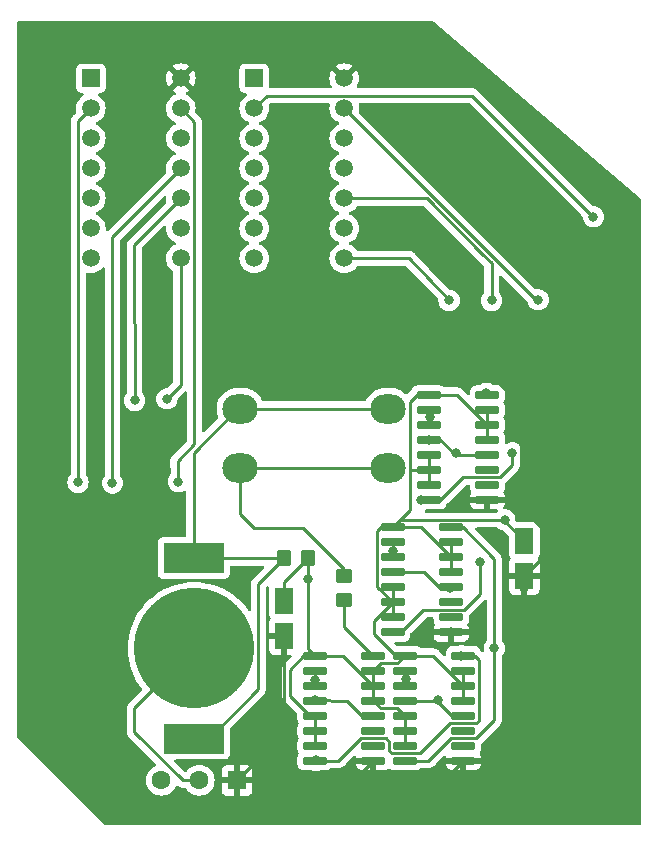
<source format=gbr>
%TF.GenerationSoftware,KiCad,Pcbnew,7.0.9*%
%TF.CreationDate,2023-12-30T23:58:47+01:00*%
%TF.ProjectId,Counter,436f756e-7465-4722-9e6b-696361645f70,rev?*%
%TF.SameCoordinates,Original*%
%TF.FileFunction,Copper,L2,Bot*%
%TF.FilePolarity,Positive*%
%FSLAX46Y46*%
G04 Gerber Fmt 4.6, Leading zero omitted, Abs format (unit mm)*
G04 Created by KiCad (PCBNEW 7.0.9) date 2023-12-30 23:58:47*
%MOMM*%
%LPD*%
G01*
G04 APERTURE LIST*
G04 Aperture macros list*
%AMRoundRect*
0 Rectangle with rounded corners*
0 $1 Rounding radius*
0 $2 $3 $4 $5 $6 $7 $8 $9 X,Y pos of 4 corners*
0 Add a 4 corners polygon primitive as box body*
4,1,4,$2,$3,$4,$5,$6,$7,$8,$9,$2,$3,0*
0 Add four circle primitives for the rounded corners*
1,1,$1+$1,$2,$3*
1,1,$1+$1,$4,$5*
1,1,$1+$1,$6,$7*
1,1,$1+$1,$8,$9*
0 Add four rect primitives between the rounded corners*
20,1,$1+$1,$2,$3,$4,$5,0*
20,1,$1+$1,$4,$5,$6,$7,0*
20,1,$1+$1,$6,$7,$8,$9,0*
20,1,$1+$1,$8,$9,$2,$3,0*%
G04 Aperture macros list end*
%TA.AperFunction,ComponentPad*%
%ADD10R,1.605000X1.605000*%
%TD*%
%TA.AperFunction,ComponentPad*%
%ADD11C,1.605000*%
%TD*%
%TA.AperFunction,ComponentPad*%
%ADD12R,1.500000X1.500000*%
%TD*%
%TA.AperFunction,ComponentPad*%
%ADD13C,1.500000*%
%TD*%
%TA.AperFunction,ComponentPad*%
%ADD14O,3.000000X2.500000*%
%TD*%
%TA.AperFunction,SMDPad,CuDef*%
%ADD15R,1.600000X2.200000*%
%TD*%
%TA.AperFunction,SMDPad,CuDef*%
%ADD16RoundRect,0.042000X0.943000X0.258000X-0.943000X0.258000X-0.943000X-0.258000X0.943000X-0.258000X0*%
%TD*%
%TA.AperFunction,SMDPad,CuDef*%
%ADD17RoundRect,0.250000X-0.350000X-0.450000X0.350000X-0.450000X0.350000X0.450000X-0.350000X0.450000X0*%
%TD*%
%TA.AperFunction,SMDPad,CuDef*%
%ADD18C,10.200000*%
%TD*%
%TA.AperFunction,SMDPad,CuDef*%
%ADD19R,5.100000X2.500000*%
%TD*%
%TA.AperFunction,SMDPad,CuDef*%
%ADD20RoundRect,0.250000X-0.450000X0.350000X-0.450000X-0.350000X0.450000X-0.350000X0.450000X0.350000X0*%
%TD*%
%TA.AperFunction,ViaPad*%
%ADD21C,0.800000*%
%TD*%
%TA.AperFunction,Conductor*%
%ADD22C,0.250000*%
%TD*%
G04 APERTURE END LIST*
D10*
%TO.P,SW2,1,A*%
%TO.N,GND*%
X115385455Y-125473931D03*
D11*
%TO.P,SW2,2,B*%
%TO.N,Net-(SW2-B)*%
X112185455Y-125473931D03*
%TO.P,SW2,3,C*%
%TO.N,unconnected-(SW2-C-Pad3)*%
X108985455Y-125473931D03*
%TD*%
D12*
%TO.P,U3,1,A*%
%TO.N,Net-(U3-A)*%
X103012500Y-66040000D03*
D13*
%TO.P,U3,2,F*%
%TO.N,Net-(U3-F)*%
X103012500Y-68580000D03*
%TO.P,U3,3,CA*%
%TO.N,unconnected-(U3-CA-Pad3)*%
X103012500Y-71120000D03*
%TO.P,U3,4,NC*%
%TO.N,unconnected-(U3-NC-Pad4)*%
X103012500Y-73660000D03*
%TO.P,U3,5,NC*%
%TO.N,unconnected-(U3-NC-Pad5)*%
X103012500Y-76200000D03*
%TO.P,U3,6,NC*%
%TO.N,unconnected-(U3-NC-Pad6)*%
X103012500Y-78740000D03*
%TO.P,U3,7,E*%
%TO.N,Net-(U3-E)*%
X103012500Y-81280000D03*
%TO.P,U3,8,D*%
%TO.N,Net-(U3-D)*%
X110632500Y-81280000D03*
%TO.P,U3,9,D.P.*%
%TO.N,unconnected-(U3-D.P.-Pad9)*%
X110632500Y-78740000D03*
%TO.P,U3,10,C*%
%TO.N,Net-(U3-C)*%
X110632500Y-76200000D03*
%TO.P,U3,11,G*%
%TO.N,Net-(U3-G)*%
X110632500Y-73660000D03*
%TO.P,U3,12,NC*%
%TO.N,unconnected-(U3-NC-Pad12)*%
X110632500Y-71120000D03*
%TO.P,U3,13,B*%
%TO.N,Net-(U3-B)*%
X110632500Y-68580000D03*
%TO.P,U3,14,CA*%
%TO.N,GND*%
X110632500Y-66040000D03*
%TD*%
D12*
%TO.P,U4,1,A*%
%TO.N,Net-(U4-A)*%
X116840000Y-66040000D03*
D13*
%TO.P,U4,2,F*%
%TO.N,Net-(U4-F)*%
X116840000Y-68580000D03*
%TO.P,U4,3,CA*%
%TO.N,unconnected-(U4-CA-Pad3)*%
X116840000Y-71120000D03*
%TO.P,U4,4,NC*%
%TO.N,unconnected-(U4-NC-Pad4)*%
X116840000Y-73660000D03*
%TO.P,U4,5,NC*%
%TO.N,unconnected-(U4-NC-Pad5)*%
X116840000Y-76200000D03*
%TO.P,U4,6,NC*%
%TO.N,unconnected-(U4-NC-Pad6)*%
X116840000Y-78740000D03*
%TO.P,U4,7,E*%
%TO.N,Net-(U4-E)*%
X116840000Y-81280000D03*
%TO.P,U4,8,D*%
%TO.N,Net-(U4-D)*%
X124460000Y-81280000D03*
%TO.P,U4,9,D.P.*%
%TO.N,unconnected-(U4-D.P.-Pad9)*%
X124460000Y-78740000D03*
%TO.P,U4,10,C*%
%TO.N,Net-(U4-C)*%
X124460000Y-76200000D03*
%TO.P,U4,11,G*%
%TO.N,Net-(U4-G)*%
X124460000Y-73660000D03*
%TO.P,U4,12,NC*%
%TO.N,unconnected-(U4-NC-Pad12)*%
X124460000Y-71120000D03*
%TO.P,U4,13,B*%
%TO.N,Net-(U4-B)*%
X124460000Y-68580000D03*
%TO.P,U4,14,CA*%
%TO.N,GND*%
X124460000Y-66040000D03*
%TD*%
D14*
%TO.P,SW1,1,1*%
%TO.N,+3.3V*%
X115670000Y-94020000D03*
X128170000Y-94020000D03*
%TO.P,SW1,2,2*%
%TO.N,Net-(R1-Pad1)*%
X115670000Y-99020000D03*
X128170000Y-99020000D03*
%TD*%
D15*
%TO.P,C1,1*%
%TO.N,/V_HIGH*%
X119380000Y-110260000D03*
%TO.P,C1,2*%
%TO.N,GND*%
X119380000Y-113260000D03*
%TD*%
D16*
%TO.P,U6,1,1CLK*%
%TO.N,/D*%
X133510994Y-104055735D03*
%TO.P,U6,2,1K*%
%TO.N,/V_HIGH*%
X133510994Y-105325735D03*
%TO.P,U6,3,1J*%
X133510994Y-106595735D03*
%TO.P,U6,4,1~PRE*%
X133510994Y-107865735D03*
%TO.P,U6,5,1Q*%
%TO.N,/E*%
X133510994Y-109135735D03*
%TO.P,U6,6,1~Q*%
%TO.N,unconnected-(U6-1~Q-Pad6)*%
X133510994Y-110405735D03*
%TO.P,U6,7,2~Q*%
%TO.N,unconnected-(U6-2~Q-Pad7)*%
X133510994Y-111675735D03*
%TO.P,U6,8,GND*%
%TO.N,GND*%
X133510994Y-112945735D03*
%TO.P,U6,9,2Q*%
%TO.N,/F*%
X128560994Y-112945735D03*
%TO.P,U6,10,2~PRE*%
%TO.N,/V_HIGH*%
X128560994Y-111675735D03*
%TO.P,U6,11,2J*%
X128560994Y-110405735D03*
%TO.P,U6,12,2K*%
X128560994Y-109135735D03*
%TO.P,U6,13,2CLK*%
%TO.N,/E*%
X128560994Y-107865735D03*
%TO.P,U6,14,2~CLR*%
%TO.N,/RESET_2*%
X128560994Y-106595735D03*
%TO.P,U6,15,1~CLR*%
X128560994Y-105325735D03*
%TO.P,U6,16,VCC*%
%TO.N,/V_HIGH*%
X128560994Y-104055735D03*
%TD*%
D17*
%TO.P,R2,1*%
%TO.N,+3.3V*%
X119380000Y-106680000D03*
%TO.P,R2,2*%
%TO.N,/V_HIGH*%
X121380000Y-106680000D03*
%TD*%
D16*
%TO.P,U7,1,1CLK*%
%TO.N,/F*%
X136574297Y-92841896D03*
%TO.P,U7,2,1K*%
%TO.N,/V_HIGH*%
X136574297Y-94111896D03*
%TO.P,U7,3,1J*%
X136574297Y-95381896D03*
%TO.P,U7,4,1~PRE*%
X136574297Y-96651896D03*
%TO.P,U7,5,1Q*%
%TO.N,/G*%
X136574297Y-97921896D03*
%TO.P,U7,6,1~Q*%
%TO.N,unconnected-(U7-1~Q-Pad6)*%
X136574297Y-99191896D03*
%TO.P,U7,7,2~Q*%
%TO.N,unconnected-(U7-2~Q-Pad7)*%
X136574297Y-100461896D03*
%TO.P,U7,8,GND*%
%TO.N,GND*%
X136574297Y-101731896D03*
%TO.P,U7,9,2Q*%
%TO.N,/H*%
X131624297Y-101731896D03*
%TO.P,U7,10,2~PRE*%
%TO.N,/V_HIGH*%
X131624297Y-100461896D03*
%TO.P,U7,11,2J*%
X131624297Y-99191896D03*
%TO.P,U7,12,2K*%
X131624297Y-97921896D03*
%TO.P,U7,13,2CLK*%
%TO.N,/G*%
X131624297Y-96651896D03*
%TO.P,U7,14,2~CLR*%
%TO.N,/RESET_2*%
X131624297Y-95381896D03*
%TO.P,U7,15,1~CLR*%
X131624297Y-94111896D03*
%TO.P,U7,16,VCC*%
%TO.N,/V_HIGH*%
X131624297Y-92841896D03*
%TD*%
%TO.P,U1,1,1CLK*%
%TO.N,/V_PUSH*%
X126935000Y-114935000D03*
%TO.P,U1,2,1K*%
%TO.N,/V_HIGH*%
X126935000Y-116205000D03*
%TO.P,U1,3,1J*%
X126935000Y-117475000D03*
%TO.P,U1,4,1~PRE*%
X126935000Y-118745000D03*
%TO.P,U1,5,1Q*%
%TO.N,/A*%
X126935000Y-120015000D03*
%TO.P,U1,6,1~Q*%
%TO.N,unconnected-(U1-1~Q-Pad6)*%
X126935000Y-121285000D03*
%TO.P,U1,7,2~Q*%
%TO.N,unconnected-(U1-2~Q-Pad7)*%
X126935000Y-122555000D03*
%TO.P,U1,8,GND*%
%TO.N,GND*%
X126935000Y-123825000D03*
%TO.P,U1,9,2Q*%
%TO.N,/B*%
X121985000Y-123825000D03*
%TO.P,U1,10,2~PRE*%
%TO.N,/V_HIGH*%
X121985000Y-122555000D03*
%TO.P,U1,11,2J*%
X121985000Y-121285000D03*
%TO.P,U1,12,2K*%
X121985000Y-120015000D03*
%TO.P,U1,13,2CLK*%
%TO.N,/A*%
X121985000Y-118745000D03*
%TO.P,U1,14,2~CLR*%
%TO.N,/RESET_1*%
X121985000Y-117475000D03*
%TO.P,U1,15,1~CLR*%
X121985000Y-116205000D03*
%TO.P,U1,16,VCC*%
%TO.N,/V_HIGH*%
X121985000Y-114935000D03*
%TD*%
D18*
%TO.P,BT1,N*%
%TO.N,Net-(SW2-B)*%
X111760000Y-114300000D03*
D19*
%TO.P,BT1,P1*%
%TO.N,+3.3V*%
X111710000Y-106650000D03*
%TO.P,BT1,P2*%
X111710000Y-121950000D03*
%TD*%
D20*
%TO.P,R1,1*%
%TO.N,Net-(R1-Pad1)*%
X124460000Y-108220000D03*
%TO.P,R1,2*%
%TO.N,/V_PUSH*%
X124460000Y-110220000D03*
%TD*%
D15*
%TO.P,C2,1*%
%TO.N,/V_HIGH*%
X139700000Y-105180000D03*
%TO.P,C2,2*%
%TO.N,GND*%
X139700000Y-108180000D03*
%TD*%
D16*
%TO.P,U2,1,1CLK*%
%TO.N,/B*%
X134555000Y-114935000D03*
%TO.P,U2,2,1K*%
%TO.N,/V_HIGH*%
X134555000Y-116205000D03*
%TO.P,U2,3,1J*%
X134555000Y-117475000D03*
%TO.P,U2,4,1~PRE*%
X134555000Y-118745000D03*
%TO.P,U2,5,1Q*%
%TO.N,/C*%
X134555000Y-120015000D03*
%TO.P,U2,6,1~Q*%
%TO.N,unconnected-(U2-1~Q-Pad6)*%
X134555000Y-121285000D03*
%TO.P,U2,7,2~Q*%
%TO.N,unconnected-(U2-2~Q-Pad7)*%
X134555000Y-122555000D03*
%TO.P,U2,8,GND*%
%TO.N,GND*%
X134555000Y-123825000D03*
%TO.P,U2,9,2Q*%
%TO.N,/D*%
X129605000Y-123825000D03*
%TO.P,U2,10,2~PRE*%
%TO.N,/V_HIGH*%
X129605000Y-122555000D03*
%TO.P,U2,11,2J*%
X129605000Y-121285000D03*
%TO.P,U2,12,2K*%
X129605000Y-120015000D03*
%TO.P,U2,13,2CLK*%
%TO.N,/C*%
X129605000Y-118745000D03*
%TO.P,U2,14,2~CLR*%
%TO.N,/RESET_1*%
X129605000Y-117475000D03*
%TO.P,U2,15,1~CLR*%
X129605000Y-116205000D03*
%TO.P,U2,16,VCC*%
%TO.N,/V_HIGH*%
X129605000Y-114935000D03*
%TD*%
D21*
%TO.N,/H*%
X130975371Y-101751060D03*
X138686683Y-97763204D03*
%TO.N,GND*%
X119359830Y-113102107D03*
X133470885Y-112955752D03*
X139700000Y-109220000D03*
%TO.N,/V_HIGH*%
X138057709Y-103416510D03*
X121375800Y-108391559D03*
%TO.N,Net-(U3-B)*%
X110418834Y-100185684D03*
%TO.N,Net-(U3-C)*%
X106721799Y-93310497D03*
%TO.N,Net-(U3-D)*%
X109445930Y-93180776D03*
%TO.N,Net-(U3-F)*%
X101922140Y-100250545D03*
%TO.N,Net-(U3-G)*%
X104840852Y-100315405D03*
%TO.N,Net-(U4-B)*%
X140878334Y-84787718D03*
%TO.N,Net-(U4-C)*%
X136933587Y-84846594D03*
%TO.N,Net-(U4-D)*%
X133342102Y-84846594D03*
%TO.N,Net-(U4-F)*%
X145562893Y-77771115D03*
%TO.N,/A*%
X121989412Y-118706307D03*
%TO.N,/B*%
X134390802Y-114949343D03*
X122060995Y-123789825D03*
%TO.N,/RESET_1*%
X129673635Y-116868808D03*
X121989578Y-116969035D03*
%TO.N,/C*%
X132390312Y-118714421D03*
%TO.N,/D*%
X137160000Y-114300000D03*
%TO.N,/RESET_2*%
X131705044Y-94744220D03*
X128571140Y-106077718D03*
%TO.N,/G*%
X133891400Y-97802605D03*
X131660300Y-96635343D03*
%TO.N,/E*%
X133451409Y-109160580D03*
%TO.N,/F*%
X136500812Y-92716660D03*
X135962892Y-106973968D03*
%TD*%
D22*
%TO.N,/H*%
X131624297Y-101731896D02*
X132609296Y-101731896D01*
X132609296Y-101731896D02*
X134524296Y-99816896D01*
X134524296Y-99816896D02*
X137670477Y-99816896D01*
X138686683Y-98800690D02*
X138686683Y-97763204D01*
X137670477Y-99816896D02*
X138686683Y-98800690D01*
%TO.N,+3.3V*%
X111710000Y-121950000D02*
X113010000Y-121950000D01*
X113010000Y-121950000D02*
X117185000Y-117775000D01*
X117185000Y-117775000D02*
X117185000Y-108875000D01*
X117185000Y-108875000D02*
X119380000Y-106680000D01*
%TO.N,GND*%
X114300000Y-63500000D02*
X121920000Y-63500000D01*
X121920000Y-63500000D02*
X124460000Y-66040000D01*
X114300000Y-86360000D02*
X114300000Y-63500000D01*
X113172500Y-63500000D02*
X110632500Y-66040000D01*
X114300000Y-63500000D02*
X113172500Y-63500000D01*
X138801896Y-101731896D02*
X139411683Y-101122109D01*
X139411683Y-93691683D02*
X134620000Y-88900000D01*
X139411683Y-101122109D02*
X139411683Y-93691683D01*
X134620000Y-88900000D02*
X116840000Y-88900000D01*
X116840000Y-88900000D02*
X114300000Y-86360000D01*
%TO.N,+3.3V*%
X119380000Y-106680000D02*
X111740000Y-106680000D01*
X111740000Y-106680000D02*
X111710000Y-106650000D01*
%TO.N,/V_HIGH*%
X129995000Y-93486194D02*
X129995000Y-99060000D01*
X129995000Y-99060000D02*
X129995000Y-102621729D01*
X130126896Y-99191896D02*
X129995000Y-99060000D01*
X131624297Y-99191896D02*
X130126896Y-99191896D01*
X129995000Y-102621729D02*
X129185994Y-103430735D01*
X131624297Y-99191896D02*
X131624297Y-100461896D01*
%TO.N,Net-(SW2-B)*%
X112185455Y-125473931D02*
X110783931Y-125473931D01*
X106680000Y-119380000D02*
X111760000Y-114300000D01*
X110783931Y-125473931D02*
X106680000Y-121370000D01*
X106680000Y-121370000D02*
X106680000Y-119380000D01*
%TO.N,+3.3V*%
X115670000Y-94020000D02*
X128170000Y-94020000D01*
X115420000Y-94020000D02*
X111710000Y-97730000D01*
X111710000Y-97730000D02*
X111710000Y-106650000D01*
X115670000Y-94020000D02*
X115420000Y-94020000D01*
%TO.N,GND*%
X119380000Y-121479386D02*
X119359830Y-113102107D01*
X115385455Y-125473931D02*
X119380000Y-121479386D01*
X126935000Y-123825000D02*
X125286069Y-125473931D01*
X134555000Y-123825000D02*
X132906069Y-125473931D01*
X136010276Y-125473931D02*
X132906069Y-125473931D01*
X136052670Y-125473931D02*
X136022634Y-125473931D01*
X139700000Y-108180000D02*
X139700000Y-109220000D01*
X138801896Y-101731896D02*
X142240000Y-105170000D01*
X142240000Y-105640000D02*
X139700000Y-108180000D01*
X132906069Y-125473931D02*
X125286069Y-125473931D01*
X142240000Y-105170000D02*
X142240000Y-105640000D01*
X136574297Y-101731896D02*
X138801896Y-101731896D01*
X136016455Y-125467752D02*
X136010276Y-125473931D01*
X136058041Y-125479302D02*
X136052670Y-125473931D01*
X125286069Y-125473931D02*
X115385455Y-125473931D01*
X119359830Y-113102107D02*
X119380000Y-113260000D01*
X139700000Y-109220000D02*
X139700000Y-121837343D01*
X139700000Y-121837343D02*
X136058041Y-125479302D01*
X136022634Y-125473931D02*
X136016455Y-125467752D01*
%TO.N,Net-(R1-Pad1)*%
X120980000Y-104140000D02*
X124460000Y-107620000D01*
X115670000Y-99020000D02*
X115670000Y-102970000D01*
X124460000Y-107620000D02*
X124460000Y-108220000D01*
X115670000Y-99020000D02*
X128170000Y-99020000D01*
X116840000Y-104140000D02*
X120980000Y-104140000D01*
X115670000Y-102970000D02*
X116840000Y-104140000D01*
%TO.N,/V_PUSH*%
X124460000Y-110220000D02*
X124460000Y-111760000D01*
X124460000Y-111760000D02*
X124460000Y-112460000D01*
X124460000Y-112460000D02*
X126935000Y-114935000D01*
%TO.N,/V_HIGH*%
X136574297Y-94111896D02*
X136574297Y-95381896D01*
X126935000Y-117475000D02*
X126935000Y-118745000D01*
X128960000Y-115580000D02*
X127560000Y-115580000D01*
X119380000Y-108680000D02*
X119380000Y-110260000D01*
X121985000Y-120015000D02*
X121985000Y-121285000D01*
X121380000Y-114330000D02*
X121985000Y-114935000D01*
X130970994Y-104055735D02*
X128560994Y-104055735D01*
X129605000Y-120015000D02*
X129605000Y-121285000D01*
X121533820Y-120015000D02*
X121985000Y-120015000D01*
X129605000Y-114935000D02*
X128829079Y-114935000D01*
X136574297Y-95381896D02*
X134034297Y-92841896D01*
X121380000Y-108387359D02*
X121375800Y-108391559D01*
X128829079Y-114935000D02*
X127000000Y-113105921D01*
X128560994Y-109135735D02*
X128560994Y-110405735D01*
X134555000Y-116840000D02*
X134555000Y-116205000D01*
X127000000Y-111966729D02*
X128560994Y-110405735D01*
X127575995Y-104055735D02*
X128560994Y-104055735D01*
X138057709Y-103537709D02*
X138057709Y-103416510D01*
X134555000Y-118745000D02*
X134555000Y-117475000D01*
X129605000Y-120015000D02*
X128960000Y-119370000D01*
X133510994Y-106595735D02*
X133510994Y-107865735D01*
X121380000Y-106680000D02*
X121380000Y-108387359D01*
X137950735Y-103430735D02*
X129185994Y-103430735D01*
X126935000Y-116205000D02*
X126935000Y-117475000D01*
X128560994Y-110405735D02*
X128560994Y-111675735D01*
X131624297Y-92841896D02*
X130639298Y-92841896D01*
X133510994Y-106595735D02*
X130970994Y-104055735D01*
X121380000Y-108395759D02*
X121380000Y-114330000D01*
X128560994Y-110405735D02*
X127250994Y-109095735D01*
X137936510Y-103416510D02*
X137950735Y-103430735D01*
X134555000Y-117475000D02*
X132015000Y-114935000D01*
X139700000Y-105180000D02*
X138057709Y-103537709D01*
X121000001Y-114935000D02*
X119830000Y-116105001D01*
X127000000Y-113105921D02*
X127000000Y-111966729D01*
X128960000Y-119370000D02*
X127560000Y-119370000D01*
X138057709Y-103416510D02*
X137936510Y-103416510D01*
X136574297Y-95381896D02*
X136574297Y-96651896D01*
X124395000Y-114935000D02*
X126935000Y-117475000D01*
X127560000Y-115580000D02*
X126935000Y-116205000D01*
X121985000Y-121285000D02*
X121985000Y-122555000D01*
X119830000Y-118311180D02*
X121533820Y-120015000D01*
X131624297Y-97921896D02*
X131624297Y-99191896D01*
X121985000Y-114935000D02*
X121000001Y-114935000D01*
X134555000Y-117475000D02*
X134555000Y-116840000D01*
X127250994Y-109095735D02*
X127250994Y-104380736D01*
X129605000Y-114935000D02*
X128960000Y-115580000D01*
X133510994Y-105325735D02*
X133510994Y-106595735D01*
X127560000Y-119370000D02*
X126935000Y-118745000D01*
X119830000Y-116105001D02*
X119830000Y-118311180D01*
X121380000Y-106680000D02*
X119380000Y-108680000D01*
X121375800Y-108391559D02*
X121380000Y-108395759D01*
X132015000Y-114935000D02*
X129605000Y-114935000D01*
X130639298Y-92841896D02*
X129995000Y-93486194D01*
X127250994Y-104380736D02*
X127575995Y-104055735D01*
X129185994Y-103430735D02*
X128560994Y-104055735D01*
X121985000Y-114935000D02*
X124395000Y-114935000D01*
X134034297Y-92841896D02*
X131624297Y-92841896D01*
X129605000Y-121285000D02*
X129605000Y-122555000D01*
%TO.N,Net-(U3-B)*%
X111760000Y-69707500D02*
X111760000Y-97043604D01*
X110632500Y-68580000D02*
X111760000Y-69707500D01*
X110356142Y-98447462D02*
X110418834Y-100185684D01*
X111760000Y-97043604D02*
X110356142Y-98447462D01*
X110418834Y-100185684D02*
X110356142Y-100189047D01*
%TO.N,Net-(U3-C)*%
X106689047Y-80143453D02*
X106721799Y-93310497D01*
X110632500Y-76200000D02*
X106689047Y-80143453D01*
X106721799Y-93310497D02*
X106689047Y-93200809D01*
%TO.N,Net-(U3-D)*%
X109445930Y-93180776D02*
X109434412Y-93180776D01*
X110632500Y-81280000D02*
X110632500Y-91982688D01*
X109445930Y-93169258D02*
X109445930Y-93180776D01*
X110632500Y-91982688D02*
X109445930Y-93169258D01*
X109434412Y-93180776D02*
X109517366Y-93097822D01*
%TO.N,Net-(U3-F)*%
X101922140Y-100250545D02*
X101883541Y-100250545D01*
X101883541Y-100250545D02*
X101869585Y-100264501D01*
X101937500Y-69655000D02*
X101937500Y-100196586D01*
X103012500Y-68580000D02*
X101937500Y-69655000D01*
X101922140Y-100211946D02*
X101922140Y-100250545D01*
X101937500Y-100196586D02*
X101922140Y-100211946D01*
%TO.N,Net-(U3-G)*%
X104840852Y-100315405D02*
X104820904Y-100258237D01*
X104820904Y-79471596D02*
X104840852Y-100315405D01*
X110632500Y-73660000D02*
X104820904Y-79471596D01*
%TO.N,Net-(U4-B)*%
X124460000Y-68580000D02*
X140785471Y-84905471D01*
X140785471Y-84905471D02*
X140878334Y-84787718D01*
X140878334Y-84787718D02*
X140819457Y-84905471D01*
%TO.N,Net-(U4-C)*%
X136127382Y-80883778D02*
X136933587Y-81689983D01*
X136933587Y-81689983D02*
X136933587Y-84846594D01*
X131443604Y-76200000D02*
X136127382Y-80883778D01*
X124460000Y-76200000D02*
X131443604Y-76200000D01*
%TO.N,Net-(U4-D)*%
X124460000Y-81280000D02*
X129952138Y-81280000D01*
X133342102Y-84846594D02*
X133342102Y-84669964D01*
X129952138Y-81280000D02*
X133342102Y-84846594D01*
%TO.N,Net-(U4-F)*%
X117915000Y-67505000D02*
X116840000Y-68580000D01*
X135296778Y-67505000D02*
X117915000Y-67505000D01*
X145562893Y-77771115D02*
X135296778Y-67505000D01*
%TO.N,/A*%
X126817466Y-120015000D02*
X126797484Y-120034982D01*
X124680001Y-118745000D02*
X121989412Y-118706307D01*
X126797484Y-120034982D02*
X126777502Y-120015000D01*
X121989412Y-118706307D02*
X121985000Y-118745000D01*
X126935000Y-120015000D02*
X126817466Y-120015000D01*
X125950001Y-120015000D02*
X124680001Y-118745000D01*
X126777502Y-120015000D02*
X125950001Y-120015000D01*
%TO.N,/B*%
X135539999Y-114935000D02*
X134569343Y-114935000D01*
X123943820Y-123825000D02*
X125848820Y-121920000D01*
X135865000Y-120426180D02*
X135865000Y-115260001D01*
X122096170Y-123825000D02*
X123943820Y-123825000D01*
X128295000Y-122193820D02*
X128295000Y-122966180D01*
X130918820Y-123180000D02*
X133458820Y-120640000D01*
X135651180Y-120640000D02*
X135865000Y-120426180D01*
X135865000Y-115260001D02*
X135539999Y-114935000D01*
X134540657Y-114935000D02*
X134555000Y-114935000D01*
X122060995Y-123789825D02*
X122096170Y-123825000D01*
X128295000Y-122966180D02*
X128508820Y-123180000D01*
X128508820Y-123180000D02*
X130918820Y-123180000D01*
X134390802Y-114949343D02*
X134540657Y-114935000D01*
X122025820Y-123825000D02*
X122060995Y-123789825D01*
X125848820Y-121920000D02*
X128021180Y-121920000D01*
X121985000Y-123825000D02*
X122025820Y-123825000D01*
X133458820Y-120640000D02*
X135651180Y-120640000D01*
X134569343Y-114935000D02*
X134390802Y-114949343D01*
X128021180Y-121920000D02*
X128295000Y-122193820D01*
%TO.N,/RESET_1*%
X129605000Y-116205000D02*
X129605000Y-116800173D01*
X129605000Y-116937443D02*
X129605000Y-117475000D01*
X129673635Y-116868808D02*
X129605000Y-116937443D01*
X121989578Y-116969035D02*
X121985000Y-116964457D01*
X121985000Y-116973613D02*
X121989578Y-116969035D01*
X129605000Y-116800173D02*
X129673635Y-116868808D01*
X121985000Y-117475000D02*
X121985000Y-116973613D01*
X121985000Y-116964457D02*
X121985000Y-116205000D01*
%TO.N,/C*%
X133570001Y-120015000D02*
X132390312Y-118835311D01*
X132390312Y-118835311D02*
X132390312Y-118714421D01*
X132390312Y-118714421D02*
X132269422Y-118714421D01*
X132300001Y-118745000D02*
X129605000Y-118745000D01*
X132269422Y-118714421D02*
X132300001Y-118745000D01*
X134555000Y-120015000D02*
X133570001Y-120015000D01*
%TO.N,/D*%
X134495993Y-104055735D02*
X133510994Y-104055735D01*
X131451169Y-123831437D02*
X131457606Y-123825000D01*
X131457606Y-123825000D02*
X131563820Y-123825000D01*
X137160000Y-120401180D02*
X137160000Y-114300000D01*
X131563820Y-123825000D02*
X133468820Y-121920000D01*
X131444732Y-123825000D02*
X131451169Y-123831437D01*
X137160000Y-114300000D02*
X137160000Y-106719742D01*
X137160000Y-106719742D02*
X134495993Y-104055735D01*
X129605000Y-123825000D02*
X131444732Y-123825000D01*
X133468820Y-121920000D02*
X135641180Y-121920000D01*
X135641180Y-121920000D02*
X137160000Y-120401180D01*
%TO.N,/RESET_2*%
X131624297Y-94824967D02*
X131624297Y-95381896D01*
X131624297Y-94663473D02*
X131705044Y-94744220D01*
X128560994Y-106087864D02*
X128560994Y-106595735D01*
X128571140Y-106077718D02*
X128560994Y-106087864D01*
X131705044Y-94744220D02*
X131624297Y-94824967D01*
X131624297Y-94111896D02*
X131624297Y-94663473D01*
X128560994Y-105325735D02*
X128560994Y-106067572D01*
X128560994Y-106067572D02*
X128571140Y-106077718D01*
%TO.N,/G*%
X133891400Y-97934000D02*
X133891400Y-97802605D01*
X133760005Y-97802605D02*
X132609296Y-96651896D01*
X133879296Y-97921896D02*
X133891400Y-97934000D01*
X133891400Y-97802605D02*
X133760005Y-97802605D01*
X132609296Y-96651896D02*
X131624297Y-96651896D01*
X136574297Y-97921896D02*
X133879296Y-97921896D01*
%TO.N,/E*%
X133451409Y-109160580D02*
X133426564Y-109135735D01*
X133510994Y-109135735D02*
X133476254Y-109135735D01*
X133426564Y-109135735D02*
X132525995Y-109135735D01*
X133476254Y-109135735D02*
X133451409Y-109160580D01*
X132525995Y-109135735D02*
X131255995Y-107865735D01*
X131255995Y-107865735D02*
X128560994Y-107865735D01*
%TO.N,/F*%
X135987323Y-106998399D02*
X135962892Y-106973968D01*
X135962892Y-106973968D02*
X135987323Y-106949537D01*
X134617939Y-111030735D02*
X135987323Y-109661351D01*
X131164814Y-111030735D02*
X134617939Y-111030735D01*
X135987323Y-106949537D02*
X135987323Y-106827383D01*
X135987323Y-109661351D02*
X135987323Y-106998399D01*
X129249814Y-112945735D02*
X131164814Y-111030735D01*
X128560994Y-112945735D02*
X129249814Y-112945735D01*
%TD*%
%TA.AperFunction,Conductor*%
%TO.N,GND*%
G36*
X136453834Y-110181943D02*
G01*
X136509767Y-110223815D01*
X136534184Y-110289279D01*
X136534500Y-110298125D01*
X136534500Y-113601312D01*
X136514815Y-113668351D01*
X136502650Y-113684284D01*
X136427466Y-113767784D01*
X136332821Y-113931715D01*
X136332818Y-113931722D01*
X136281976Y-114088199D01*
X136274326Y-114111744D01*
X136254540Y-114300000D01*
X136256756Y-114321087D01*
X136272545Y-114471312D01*
X136259975Y-114540042D01*
X136212243Y-114591065D01*
X136144503Y-114608183D01*
X136078261Y-114585960D01*
X136061543Y-114571954D01*
X136043753Y-114554164D01*
X136016079Y-114511973D01*
X135975321Y-114408616D01*
X135885212Y-114289788D01*
X135785499Y-114214174D01*
X135766386Y-114199680D01*
X135766380Y-114199677D01*
X135627657Y-114144971D01*
X135627649Y-114144969D01*
X135540469Y-114134500D01*
X135540468Y-114134500D01*
X134800954Y-114134500D01*
X134750518Y-114123779D01*
X134693025Y-114098181D01*
X134670604Y-114088198D01*
X134524803Y-114057208D01*
X134485448Y-114048843D01*
X134296156Y-114048843D01*
X134263699Y-114055741D01*
X134110999Y-114088198D01*
X134110998Y-114088198D01*
X134051219Y-114114815D01*
X134031085Y-114123779D01*
X133980650Y-114134500D01*
X133569531Y-114134500D01*
X133482350Y-114144969D01*
X133482342Y-114144971D01*
X133343619Y-114199677D01*
X133343613Y-114199680D01*
X133224788Y-114289788D01*
X133134680Y-114408613D01*
X133134677Y-114408619D01*
X133079971Y-114547342D01*
X133079969Y-114547350D01*
X133069500Y-114634531D01*
X133069500Y-114805547D01*
X133049815Y-114872586D01*
X132997011Y-114918341D01*
X132927853Y-114928285D01*
X132864297Y-114899260D01*
X132857819Y-114893228D01*
X132515803Y-114551212D01*
X132505980Y-114538950D01*
X132505759Y-114539134D01*
X132500786Y-114533123D01*
X132498618Y-114531087D01*
X132450364Y-114485773D01*
X132435903Y-114471312D01*
X132429475Y-114464883D01*
X132423986Y-114460625D01*
X132419561Y-114456847D01*
X132385582Y-114424938D01*
X132385580Y-114424936D01*
X132385577Y-114424935D01*
X132368029Y-114415288D01*
X132351763Y-114404604D01*
X132335933Y-114392325D01*
X132293168Y-114373818D01*
X132287922Y-114371248D01*
X132247093Y-114348803D01*
X132247092Y-114348802D01*
X132227693Y-114343822D01*
X132209281Y-114337518D01*
X132190898Y-114329562D01*
X132190892Y-114329560D01*
X132144874Y-114322272D01*
X132139152Y-114321087D01*
X132094021Y-114309500D01*
X132094019Y-114309500D01*
X132073984Y-114309500D01*
X132054586Y-114307973D01*
X132047162Y-114306797D01*
X132034805Y-114304840D01*
X132034804Y-114304840D01*
X131988416Y-114309225D01*
X131982578Y-114309500D01*
X131002905Y-114309500D01*
X130935866Y-114289815D01*
X130927980Y-114284304D01*
X130816386Y-114199680D01*
X130816380Y-114199677D01*
X130677657Y-114144971D01*
X130677649Y-114144969D01*
X130590469Y-114134500D01*
X130590468Y-114134500D01*
X128964532Y-114134500D01*
X128897493Y-114114815D01*
X128876851Y-114098181D01*
X128736586Y-113957916D01*
X128703101Y-113896593D01*
X128708085Y-113826901D01*
X128749957Y-113770968D01*
X128815421Y-113746551D01*
X128824267Y-113746235D01*
X129546463Y-113746235D01*
X129568258Y-113743617D01*
X129633646Y-113735765D01*
X129772378Y-113681056D01*
X129891206Y-113590947D01*
X129981315Y-113472119D01*
X130036024Y-113333387D01*
X130046494Y-113246203D01*
X130046494Y-113195735D01*
X132025994Y-113195735D01*
X132025994Y-113246169D01*
X132036453Y-113333265D01*
X132036453Y-113333266D01*
X132091113Y-113471874D01*
X132181138Y-113590590D01*
X132299854Y-113680615D01*
X132438462Y-113735275D01*
X132525560Y-113745735D01*
X133260994Y-113745735D01*
X133260994Y-113195735D01*
X133760994Y-113195735D01*
X133760994Y-113745735D01*
X134496428Y-113745735D01*
X134583524Y-113735275D01*
X134583525Y-113735275D01*
X134722133Y-113680615D01*
X134840849Y-113590590D01*
X134930874Y-113471874D01*
X134985534Y-113333266D01*
X134985534Y-113333265D01*
X134995994Y-113246169D01*
X134995994Y-113195735D01*
X133760994Y-113195735D01*
X133260994Y-113195735D01*
X132025994Y-113195735D01*
X130046494Y-113195735D01*
X130046494Y-113085007D01*
X130066179Y-113017968D01*
X130082813Y-112997326D01*
X131387586Y-111692554D01*
X131448909Y-111659069D01*
X131475267Y-111656235D01*
X131901494Y-111656235D01*
X131968533Y-111675920D01*
X132014288Y-111728724D01*
X132025494Y-111780235D01*
X132025494Y-111976203D01*
X132035963Y-112063384D01*
X132035965Y-112063392D01*
X132090671Y-112202115D01*
X132090671Y-112202116D01*
X132090672Y-112202117D01*
X132090673Y-112202119D01*
X132116532Y-112236220D01*
X132116535Y-112236223D01*
X132141357Y-112301534D01*
X132126928Y-112369898D01*
X132116536Y-112386069D01*
X132091113Y-112419596D01*
X132036453Y-112558203D01*
X132036453Y-112558204D01*
X132025994Y-112645300D01*
X132025994Y-112695735D01*
X134995994Y-112695735D01*
X134995994Y-112645300D01*
X134985534Y-112558204D01*
X134985534Y-112558203D01*
X134930874Y-112419595D01*
X134905453Y-112386072D01*
X134880630Y-112320760D01*
X134895058Y-112252396D01*
X134905444Y-112236234D01*
X134931315Y-112202119D01*
X134986024Y-112063387D01*
X134996494Y-111976203D01*
X134996494Y-111592040D01*
X135016179Y-111525001D01*
X135043858Y-111495695D01*
X135043837Y-111495672D01*
X135044222Y-111495310D01*
X135047617Y-111491716D01*
X135047843Y-111491551D01*
X135049526Y-111490329D01*
X135079238Y-111454411D01*
X135083151Y-111450111D01*
X136322821Y-110210442D01*
X136384142Y-110176959D01*
X136453834Y-110181943D01*
G37*
%TD.AperFunction*%
%TA.AperFunction,Conductor*%
G36*
X132008502Y-61230185D02*
G01*
X132022161Y-61240352D01*
X149566198Y-76278097D01*
X149604288Y-76336672D01*
X149609500Y-76372245D01*
X149609500Y-129165500D01*
X149589815Y-129232539D01*
X149537011Y-129278294D01*
X149485500Y-129289500D01*
X104295122Y-129289500D01*
X104228083Y-129269815D01*
X104207441Y-129253181D01*
X96806819Y-121852559D01*
X96773334Y-121791236D01*
X96770500Y-121764878D01*
X96770500Y-100250545D01*
X101016680Y-100250545D01*
X101036466Y-100438801D01*
X101036467Y-100438804D01*
X101094958Y-100618822D01*
X101094961Y-100618829D01*
X101189607Y-100782761D01*
X101249747Y-100849553D01*
X101316269Y-100923433D01*
X101469405Y-101034693D01*
X101469410Y-101034696D01*
X101642332Y-101111687D01*
X101642337Y-101111689D01*
X101827494Y-101151045D01*
X101827495Y-101151045D01*
X102016784Y-101151045D01*
X102016786Y-101151045D01*
X102201943Y-101111689D01*
X102374870Y-101034696D01*
X102528011Y-100923433D01*
X102654673Y-100782761D01*
X102749319Y-100618829D01*
X102807814Y-100438801D01*
X102827600Y-100250545D01*
X102807814Y-100062289D01*
X102749319Y-99882261D01*
X102654673Y-99718329D01*
X102638558Y-99700431D01*
X102594850Y-99651888D01*
X102564620Y-99588896D01*
X102563000Y-99568916D01*
X102563000Y-82615770D01*
X102582685Y-82548731D01*
X102635489Y-82502976D01*
X102704647Y-82493032D01*
X102719081Y-82495992D01*
X102794523Y-82516207D01*
X102982287Y-82532633D01*
X103012498Y-82535277D01*
X103012500Y-82535277D01*
X103012502Y-82535277D01*
X103040754Y-82532805D01*
X103230477Y-82516207D01*
X103441830Y-82459575D01*
X103640139Y-82367102D01*
X103819377Y-82241598D01*
X103974098Y-82086877D01*
X103974102Y-82086870D01*
X103977576Y-82082732D01*
X103979060Y-82083977D01*
X104026971Y-82045676D01*
X104096469Y-82038478D01*
X104158826Y-82069996D01*
X104194244Y-82130223D01*
X104197977Y-82160302D01*
X104214683Y-99617340D01*
X104195063Y-99684399D01*
X104182833Y-99700431D01*
X104108322Y-99783183D01*
X104108317Y-99783190D01*
X104013673Y-99947120D01*
X104013670Y-99947127D01*
X103955179Y-100127145D01*
X103955178Y-100127149D01*
X103935392Y-100315405D01*
X103955178Y-100503661D01*
X103955179Y-100503664D01*
X104013670Y-100683682D01*
X104013673Y-100683689D01*
X104108319Y-100847621D01*
X104218361Y-100969835D01*
X104234981Y-100988293D01*
X104388117Y-101099553D01*
X104388122Y-101099556D01*
X104561044Y-101176547D01*
X104561049Y-101176549D01*
X104746206Y-101215905D01*
X104746207Y-101215905D01*
X104935496Y-101215905D01*
X104935498Y-101215905D01*
X105120655Y-101176549D01*
X105293582Y-101099556D01*
X105446723Y-100988293D01*
X105573385Y-100847621D01*
X105668031Y-100683689D01*
X105726526Y-100503661D01*
X105746312Y-100315405D01*
X105726526Y-100127149D01*
X105668031Y-99947121D01*
X105573385Y-99783189D01*
X105497531Y-99698945D01*
X105467302Y-99635955D01*
X105465682Y-99616099D01*
X105446700Y-79781868D01*
X105466320Y-79714810D01*
X105483014Y-79694074D01*
X109174686Y-76002402D01*
X109236007Y-75968919D01*
X109305699Y-75973903D01*
X109361632Y-76015775D01*
X109386049Y-76081239D01*
X109385893Y-76100892D01*
X109377223Y-76199997D01*
X109377223Y-76200002D01*
X109396293Y-76417975D01*
X109396293Y-76417979D01*
X109406005Y-76454223D01*
X109404342Y-76524073D01*
X109373911Y-76573997D01*
X106304588Y-79643319D01*
X106291852Y-79653550D01*
X106291961Y-79653681D01*
X106285962Y-79658668D01*
X106239270Y-79708638D01*
X106218933Y-79728974D01*
X106218925Y-79728983D01*
X106214149Y-79735140D01*
X106210465Y-79739464D01*
X106178065Y-79774141D01*
X106178059Y-79774149D01*
X106168902Y-79790903D01*
X106158080Y-79807423D01*
X106146375Y-79822514D01*
X106146373Y-79822517D01*
X106127526Y-79866070D01*
X106125030Y-79871180D01*
X106102275Y-79912819D01*
X106097574Y-79931319D01*
X106091197Y-79950021D01*
X106083608Y-79967557D01*
X106083608Y-79967559D01*
X106076185Y-80014428D01*
X106075038Y-80020002D01*
X106063352Y-80065988D01*
X106063399Y-80085091D01*
X106061873Y-80104788D01*
X106058887Y-80123644D01*
X106058886Y-80123649D01*
X106063351Y-80170879D01*
X106063626Y-80176561D01*
X106094563Y-92613428D01*
X106075045Y-92680516D01*
X106062713Y-92696708D01*
X105989269Y-92778275D01*
X105989264Y-92778282D01*
X105894620Y-92942212D01*
X105894617Y-92942219D01*
X105838954Y-93113533D01*
X105836125Y-93122241D01*
X105816339Y-93310497D01*
X105836125Y-93498753D01*
X105836126Y-93498756D01*
X105894617Y-93678774D01*
X105894620Y-93678781D01*
X105989266Y-93842713D01*
X106099306Y-93964924D01*
X106115928Y-93983385D01*
X106269064Y-94094645D01*
X106269069Y-94094648D01*
X106441991Y-94171639D01*
X106441996Y-94171641D01*
X106627153Y-94210997D01*
X106627154Y-94210997D01*
X106816443Y-94210997D01*
X106816445Y-94210997D01*
X107001602Y-94171641D01*
X107174529Y-94094648D01*
X107327670Y-93983385D01*
X107454332Y-93842713D01*
X107548978Y-93678781D01*
X107607473Y-93498753D01*
X107627259Y-93310497D01*
X107607473Y-93122241D01*
X107548978Y-92942213D01*
X107454332Y-92778281D01*
X107395051Y-92712443D01*
X107377409Y-92692849D01*
X107347179Y-92629857D01*
X107345559Y-92610185D01*
X107345220Y-92473809D01*
X107315319Y-80453438D01*
X107334837Y-80386351D01*
X107351633Y-80365455D01*
X109174686Y-78542402D01*
X109236007Y-78508919D01*
X109305699Y-78513903D01*
X109361632Y-78555775D01*
X109386049Y-78621239D01*
X109385893Y-78640892D01*
X109377223Y-78739997D01*
X109377223Y-78740002D01*
X109396293Y-78957975D01*
X109396293Y-78957979D01*
X109452922Y-79169322D01*
X109452924Y-79169326D01*
X109452925Y-79169330D01*
X109465541Y-79196385D01*
X109545397Y-79367638D01*
X109545398Y-79367639D01*
X109670902Y-79546877D01*
X109825623Y-79701598D01*
X109940262Y-79781869D01*
X110004861Y-79827102D01*
X110156083Y-79897618D01*
X110208522Y-79943790D01*
X110227674Y-80010984D01*
X110207458Y-80077865D01*
X110156083Y-80122382D01*
X110004861Y-80192898D01*
X110004857Y-80192900D01*
X109825621Y-80318402D01*
X109670902Y-80473121D01*
X109545400Y-80652357D01*
X109545398Y-80652361D01*
X109452926Y-80850668D01*
X109452922Y-80850677D01*
X109396293Y-81062020D01*
X109396293Y-81062024D01*
X109377223Y-81279997D01*
X109377223Y-81280002D01*
X109396293Y-81497975D01*
X109396293Y-81497979D01*
X109452922Y-81709322D01*
X109452924Y-81709326D01*
X109452925Y-81709330D01*
X109499161Y-81808484D01*
X109545397Y-81907638D01*
X109557684Y-81925185D01*
X109670902Y-82086877D01*
X109825623Y-82241598D01*
X109954124Y-82331575D01*
X109997748Y-82386151D01*
X110007000Y-82433149D01*
X110007000Y-91672235D01*
X109987315Y-91739274D01*
X109970681Y-91759916D01*
X109486640Y-92243957D01*
X109425317Y-92277442D01*
X109398959Y-92280276D01*
X109351284Y-92280276D01*
X109318827Y-92287174D01*
X109166127Y-92319631D01*
X109166122Y-92319633D01*
X108993200Y-92396624D01*
X108993195Y-92396627D01*
X108840059Y-92507887D01*
X108713396Y-92648561D01*
X108618751Y-92812491D01*
X108618748Y-92812498D01*
X108560257Y-92992516D01*
X108560256Y-92992520D01*
X108540470Y-93180776D01*
X108560256Y-93369032D01*
X108560257Y-93369035D01*
X108618748Y-93549053D01*
X108618751Y-93549060D01*
X108713397Y-93712992D01*
X108830197Y-93842711D01*
X108840059Y-93853664D01*
X108993195Y-93964924D01*
X108993200Y-93964927D01*
X109166122Y-94041918D01*
X109166127Y-94041920D01*
X109351284Y-94081276D01*
X109351285Y-94081276D01*
X109540574Y-94081276D01*
X109540576Y-94081276D01*
X109725733Y-94041920D01*
X109898660Y-93964927D01*
X110051801Y-93853664D01*
X110178463Y-93712992D01*
X110273109Y-93549060D01*
X110331604Y-93369032D01*
X110350604Y-93188249D01*
X110377187Y-93123638D01*
X110386233Y-93113543D01*
X110922820Y-92576956D01*
X110984142Y-92543473D01*
X111053834Y-92548457D01*
X111109767Y-92590329D01*
X111134184Y-92655793D01*
X111134500Y-92664639D01*
X111134500Y-96733150D01*
X111114815Y-96800189D01*
X111098181Y-96820831D01*
X109962698Y-97956313D01*
X109945199Y-97970860D01*
X109937016Y-97976477D01*
X109900307Y-98018504D01*
X109897457Y-98021553D01*
X109886022Y-98032990D01*
X109874163Y-98048279D01*
X109871871Y-98051062D01*
X109833052Y-98095505D01*
X109830161Y-98101246D01*
X109817407Y-98121448D01*
X109813468Y-98126525D01*
X109813467Y-98126527D01*
X109790032Y-98180681D01*
X109788505Y-98183947D01*
X109761961Y-98236647D01*
X109761960Y-98236648D01*
X109760591Y-98242913D01*
X109753258Y-98265663D01*
X109750704Y-98271564D01*
X109750703Y-98271569D01*
X109741473Y-98329844D01*
X109740805Y-98333389D01*
X109728200Y-98391039D01*
X109728199Y-98391042D01*
X109728431Y-98397463D01*
X109726986Y-98421316D01*
X109725982Y-98427657D01*
X109725981Y-98427659D01*
X109731534Y-98486403D01*
X109731768Y-98490002D01*
X109768555Y-99509956D01*
X109751300Y-99577661D01*
X109736787Y-99597396D01*
X109686302Y-99653466D01*
X109686298Y-99653471D01*
X109591655Y-99817399D01*
X109591652Y-99817406D01*
X109533161Y-99997424D01*
X109533160Y-99997428D01*
X109513374Y-100185684D01*
X109533160Y-100373940D01*
X109533161Y-100373943D01*
X109591652Y-100553961D01*
X109591655Y-100553968D01*
X109686301Y-100717900D01*
X109786064Y-100828698D01*
X109812963Y-100858572D01*
X109966099Y-100969832D01*
X109966104Y-100969835D01*
X110139026Y-101046826D01*
X110139031Y-101046828D01*
X110324188Y-101086184D01*
X110324189Y-101086184D01*
X110513478Y-101086184D01*
X110513480Y-101086184D01*
X110698637Y-101046828D01*
X110871564Y-100969835D01*
X110887613Y-100958174D01*
X110953418Y-100934693D01*
X111021472Y-100950517D01*
X111070168Y-101000621D01*
X111084500Y-101058491D01*
X111084500Y-104775500D01*
X111064815Y-104842539D01*
X111012011Y-104888294D01*
X110960500Y-104899500D01*
X109112129Y-104899500D01*
X109112123Y-104899501D01*
X109052516Y-104905908D01*
X108917671Y-104956202D01*
X108917664Y-104956206D01*
X108802455Y-105042452D01*
X108802452Y-105042455D01*
X108716206Y-105157664D01*
X108716202Y-105157671D01*
X108665908Y-105292517D01*
X108661971Y-105329142D01*
X108659501Y-105352123D01*
X108659500Y-105352135D01*
X108659500Y-107947870D01*
X108659501Y-107947876D01*
X108665908Y-108007483D01*
X108716202Y-108142328D01*
X108716206Y-108142335D01*
X108802452Y-108257544D01*
X108802455Y-108257547D01*
X108917664Y-108343793D01*
X108917671Y-108343797D01*
X109052517Y-108394091D01*
X109052516Y-108394091D01*
X109059444Y-108394835D01*
X109112127Y-108400500D01*
X114307872Y-108400499D01*
X114367483Y-108394091D01*
X114502331Y-108343796D01*
X114617546Y-108257546D01*
X114703796Y-108142331D01*
X114754091Y-108007483D01*
X114760500Y-107947873D01*
X114760500Y-107429500D01*
X114780185Y-107362461D01*
X114832989Y-107316706D01*
X114884500Y-107305500D01*
X117570548Y-107305500D01*
X117637587Y-107325185D01*
X117683342Y-107377989D01*
X117693286Y-107447147D01*
X117664261Y-107510703D01*
X117658234Y-107517175D01*
X117495602Y-107679807D01*
X116801208Y-108374199D01*
X116788951Y-108384020D01*
X116789134Y-108384241D01*
X116783123Y-108389213D01*
X116735772Y-108439636D01*
X116714889Y-108460519D01*
X116714877Y-108460532D01*
X116710621Y-108466017D01*
X116706837Y-108470447D01*
X116674937Y-108504418D01*
X116674936Y-108504420D01*
X116665284Y-108521976D01*
X116654610Y-108538226D01*
X116642329Y-108554061D01*
X116642324Y-108554068D01*
X116623815Y-108596838D01*
X116621245Y-108602084D01*
X116598803Y-108642906D01*
X116593822Y-108662307D01*
X116587521Y-108680710D01*
X116579562Y-108699102D01*
X116579561Y-108699105D01*
X116572271Y-108745127D01*
X116571087Y-108750846D01*
X116559501Y-108795972D01*
X116559500Y-108795982D01*
X116559500Y-108816016D01*
X116557973Y-108835415D01*
X116554840Y-108855194D01*
X116554840Y-108855195D01*
X116559225Y-108901583D01*
X116559500Y-108907421D01*
X116559500Y-110994749D01*
X116539815Y-111061788D01*
X116487011Y-111107543D01*
X116417853Y-111117487D01*
X116354297Y-111088462D01*
X116335805Y-111068484D01*
X116132341Y-110793384D01*
X116121319Y-110778481D01*
X116121317Y-110778479D01*
X116121318Y-110778479D01*
X115806962Y-110421301D01*
X115463447Y-110092069D01*
X115463446Y-110092068D01*
X115371820Y-110018085D01*
X115093247Y-109793153D01*
X114699031Y-109526710D01*
X114699030Y-109526709D01*
X114283642Y-109294660D01*
X113850070Y-109098672D01*
X113850069Y-109098672D01*
X113401429Y-108940157D01*
X113401429Y-108940158D01*
X112940973Y-108820264D01*
X112472005Y-108739852D01*
X112261294Y-108721917D01*
X111997911Y-108699500D01*
X111997906Y-108699500D01*
X111522094Y-108699500D01*
X111522089Y-108699500D01*
X111258705Y-108721917D01*
X111047995Y-108739852D01*
X110579027Y-108820264D01*
X110118571Y-108940158D01*
X110118571Y-108940157D01*
X109669931Y-109098672D01*
X109669930Y-109098672D01*
X109236358Y-109294660D01*
X108820970Y-109526709D01*
X108820969Y-109526710D01*
X108426753Y-109793153D01*
X108148180Y-110018085D01*
X108056554Y-110092068D01*
X108056553Y-110092069D01*
X107713038Y-110421301D01*
X107398682Y-110778479D01*
X107398683Y-110778479D01*
X107398681Y-110778481D01*
X107281120Y-110937434D01*
X107115748Y-111161031D01*
X106866272Y-111566206D01*
X106652061Y-111991068D01*
X106652061Y-111991069D01*
X106479865Y-112419596D01*
X106474652Y-112432568D01*
X106335324Y-112887524D01*
X106235080Y-113352657D01*
X106227781Y-113409653D01*
X106174642Y-113824622D01*
X106154449Y-114299999D01*
X106154449Y-114300001D01*
X106174642Y-114775378D01*
X106190506Y-114899260D01*
X106235080Y-115247343D01*
X106332273Y-115698320D01*
X106335326Y-115712483D01*
X106347421Y-115751977D01*
X106449467Y-116085195D01*
X106474653Y-116167434D01*
X106474653Y-116167435D01*
X106652061Y-116608931D01*
X106652061Y-116608932D01*
X106866272Y-117033794D01*
X107115748Y-117438969D01*
X107316119Y-117709889D01*
X107340156Y-117775493D01*
X107324909Y-117843679D01*
X107304104Y-117871304D01*
X106296208Y-118879199D01*
X106283951Y-118889020D01*
X106284134Y-118889241D01*
X106278123Y-118894213D01*
X106230772Y-118944636D01*
X106209889Y-118965519D01*
X106209877Y-118965532D01*
X106205621Y-118971017D01*
X106201837Y-118975447D01*
X106169937Y-119009418D01*
X106169936Y-119009420D01*
X106160284Y-119026976D01*
X106149610Y-119043226D01*
X106137329Y-119059061D01*
X106137324Y-119059068D01*
X106118815Y-119101838D01*
X106116245Y-119107084D01*
X106093803Y-119147906D01*
X106088822Y-119167307D01*
X106082521Y-119185710D01*
X106074562Y-119204102D01*
X106074561Y-119204105D01*
X106067271Y-119250127D01*
X106066087Y-119255846D01*
X106054501Y-119300972D01*
X106054500Y-119300982D01*
X106054500Y-119321016D01*
X106052973Y-119340413D01*
X106049840Y-119360196D01*
X106050463Y-119366785D01*
X106054225Y-119406583D01*
X106054500Y-119412421D01*
X106054500Y-121287255D01*
X106052775Y-121302872D01*
X106053061Y-121302899D01*
X106052326Y-121310665D01*
X106054500Y-121379814D01*
X106054500Y-121409343D01*
X106054501Y-121409360D01*
X106055368Y-121416231D01*
X106055826Y-121422050D01*
X106057290Y-121468624D01*
X106057291Y-121468627D01*
X106062880Y-121487867D01*
X106066824Y-121506911D01*
X106069336Y-121526791D01*
X106086490Y-121570119D01*
X106088382Y-121575647D01*
X106101381Y-121620388D01*
X106111580Y-121637634D01*
X106120138Y-121655103D01*
X106127514Y-121673732D01*
X106154898Y-121711423D01*
X106158106Y-121716307D01*
X106181827Y-121756416D01*
X106181833Y-121756424D01*
X106195990Y-121770580D01*
X106208628Y-121785376D01*
X106220405Y-121801586D01*
X106220406Y-121801587D01*
X106256309Y-121831288D01*
X106260620Y-121835210D01*
X108503000Y-124077591D01*
X108536484Y-124138912D01*
X108531500Y-124208604D01*
X108489628Y-124264537D01*
X108467723Y-124277652D01*
X108331468Y-124341189D01*
X108331466Y-124341190D01*
X108144701Y-124471963D01*
X107983487Y-124633177D01*
X107852714Y-124819942D01*
X107852713Y-124819944D01*
X107756360Y-125026573D01*
X107697349Y-125246801D01*
X107697348Y-125246808D01*
X107677478Y-125473929D01*
X107677478Y-125473932D01*
X107697348Y-125701053D01*
X107697349Y-125701060D01*
X107756357Y-125921280D01*
X107756358Y-125921282D01*
X107756359Y-125921285D01*
X107841602Y-126104090D01*
X107852714Y-126127920D01*
X107852716Y-126127924D01*
X107983482Y-126314677D01*
X107983487Y-126314683D01*
X108144702Y-126475898D01*
X108144708Y-126475903D01*
X108331461Y-126606669D01*
X108331463Y-126606670D01*
X108331466Y-126606672D01*
X108538101Y-126703027D01*
X108758327Y-126762037D01*
X108920561Y-126776230D01*
X108985453Y-126781908D01*
X108985455Y-126781908D01*
X108985457Y-126781908D01*
X109048069Y-126776430D01*
X109212583Y-126762037D01*
X109432809Y-126703027D01*
X109639444Y-126606672D01*
X109826206Y-126475900D01*
X109987424Y-126314682D01*
X110118196Y-126127920D01*
X110182259Y-125990535D01*
X110228427Y-125938101D01*
X110295621Y-125918948D01*
X110362502Y-125939163D01*
X110370636Y-125944963D01*
X110374938Y-125948301D01*
X110379376Y-125952090D01*
X110413349Y-125983993D01*
X110430907Y-125993645D01*
X110447164Y-126004324D01*
X110462995Y-126016604D01*
X110482668Y-126025117D01*
X110505764Y-126035113D01*
X110511008Y-126037681D01*
X110551839Y-126060128D01*
X110564454Y-126063366D01*
X110571236Y-126065108D01*
X110589650Y-126071412D01*
X110608035Y-126079369D01*
X110654088Y-126086663D01*
X110659757Y-126087837D01*
X110704912Y-126099431D01*
X110724947Y-126099431D01*
X110744344Y-126100957D01*
X110764127Y-126104091D01*
X110810515Y-126099706D01*
X110816353Y-126099431D01*
X110968215Y-126099431D01*
X111035254Y-126119116D01*
X111069790Y-126152307D01*
X111183486Y-126314682D01*
X111344702Y-126475898D01*
X111344708Y-126475903D01*
X111531461Y-126606669D01*
X111531463Y-126606670D01*
X111531466Y-126606672D01*
X111738101Y-126703027D01*
X111958327Y-126762037D01*
X112120561Y-126776230D01*
X112185453Y-126781908D01*
X112185455Y-126781908D01*
X112185457Y-126781908D01*
X112248069Y-126776430D01*
X112412583Y-126762037D01*
X112632809Y-126703027D01*
X112839444Y-126606672D01*
X113026206Y-126475900D01*
X113177831Y-126324275D01*
X114082955Y-126324275D01*
X114089356Y-126383803D01*
X114089358Y-126383810D01*
X114139600Y-126518517D01*
X114139604Y-126518524D01*
X114225764Y-126633618D01*
X114225767Y-126633621D01*
X114340861Y-126719781D01*
X114340868Y-126719785D01*
X114475575Y-126770027D01*
X114475582Y-126770029D01*
X114535110Y-126776430D01*
X114535127Y-126776431D01*
X115135455Y-126776431D01*
X115135455Y-125948059D01*
X115170306Y-125969253D01*
X115311921Y-126008931D01*
X115422050Y-126008931D01*
X115531153Y-125993935D01*
X115635455Y-125948630D01*
X115635455Y-126776431D01*
X116235783Y-126776431D01*
X116235799Y-126776430D01*
X116295327Y-126770029D01*
X116295334Y-126770027D01*
X116430041Y-126719785D01*
X116430048Y-126719781D01*
X116545142Y-126633621D01*
X116545145Y-126633618D01*
X116631305Y-126518524D01*
X116631309Y-126518517D01*
X116681551Y-126383810D01*
X116681553Y-126383803D01*
X116687954Y-126324275D01*
X116687955Y-126324258D01*
X116687955Y-125723931D01*
X115863845Y-125723931D01*
X115864940Y-125722380D01*
X115914190Y-125583803D01*
X115924226Y-125437078D01*
X115894304Y-125293086D01*
X115858471Y-125223931D01*
X116687955Y-125223931D01*
X116687955Y-124623603D01*
X116687954Y-124623586D01*
X116681553Y-124564058D01*
X116681551Y-124564051D01*
X116631309Y-124429344D01*
X116631305Y-124429337D01*
X116545145Y-124314243D01*
X116545142Y-124314240D01*
X116430048Y-124228080D01*
X116430041Y-124228076D01*
X116295334Y-124177834D01*
X116295327Y-124177832D01*
X116235799Y-124171431D01*
X115635455Y-124171431D01*
X115635455Y-124999802D01*
X115600604Y-124978609D01*
X115458989Y-124938931D01*
X115348860Y-124938931D01*
X115239757Y-124953927D01*
X115135455Y-124999231D01*
X115135455Y-124171431D01*
X114535110Y-124171431D01*
X114475582Y-124177832D01*
X114475575Y-124177834D01*
X114340868Y-124228076D01*
X114340861Y-124228080D01*
X114225767Y-124314240D01*
X114225764Y-124314243D01*
X114139604Y-124429337D01*
X114139600Y-124429344D01*
X114089358Y-124564051D01*
X114089356Y-124564058D01*
X114082955Y-124623586D01*
X114082955Y-125223931D01*
X114907065Y-125223931D01*
X114905970Y-125225482D01*
X114856720Y-125364059D01*
X114846684Y-125510784D01*
X114876606Y-125654776D01*
X114912439Y-125723931D01*
X114082955Y-125723931D01*
X114082955Y-126324275D01*
X113177831Y-126324275D01*
X113187424Y-126314682D01*
X113318196Y-126127920D01*
X113414551Y-125921285D01*
X113473561Y-125701059D01*
X113493432Y-125473931D01*
X113473561Y-125246803D01*
X113414551Y-125026577D01*
X113318196Y-124819943D01*
X113187424Y-124633180D01*
X113026206Y-124471962D01*
X113026202Y-124471959D01*
X113026201Y-124471958D01*
X112839448Y-124341192D01*
X112839444Y-124341190D01*
X112800800Y-124323170D01*
X112632809Y-124244835D01*
X112632806Y-124244834D01*
X112632804Y-124244833D01*
X112412584Y-124185825D01*
X112412577Y-124185824D01*
X112185457Y-124165954D01*
X112185453Y-124165954D01*
X111958332Y-124185824D01*
X111958325Y-124185825D01*
X111738097Y-124244836D01*
X111531468Y-124341189D01*
X111531466Y-124341190D01*
X111344701Y-124471963D01*
X111183485Y-124633179D01*
X111121749Y-124721347D01*
X111067172Y-124764972D01*
X110997674Y-124772164D01*
X110935319Y-124740641D01*
X110932494Y-124737904D01*
X110106771Y-123912180D01*
X110073286Y-123850857D01*
X110078270Y-123781165D01*
X110120142Y-123725232D01*
X110185606Y-123700815D01*
X110194452Y-123700499D01*
X114307871Y-123700499D01*
X114307872Y-123700499D01*
X114367483Y-123694091D01*
X114502331Y-123643796D01*
X114617546Y-123557546D01*
X114703796Y-123442331D01*
X114754091Y-123307483D01*
X114760500Y-123247873D01*
X114760499Y-121135450D01*
X114780184Y-121068412D01*
X114796813Y-121047775D01*
X117568786Y-118275802D01*
X117581048Y-118265980D01*
X117580865Y-118265759D01*
X117586867Y-118260792D01*
X117586877Y-118260786D01*
X117634241Y-118210348D01*
X117655120Y-118189470D01*
X117659373Y-118183986D01*
X117663150Y-118179563D01*
X117695062Y-118145582D01*
X117704714Y-118128023D01*
X117715389Y-118111772D01*
X117727674Y-118095936D01*
X117746186Y-118053152D01*
X117748742Y-118047935D01*
X117771197Y-118007092D01*
X117776180Y-117987680D01*
X117782477Y-117969291D01*
X117790438Y-117950895D01*
X117797729Y-117904853D01*
X117798908Y-117899162D01*
X117810500Y-117854019D01*
X117810500Y-117833983D01*
X117812027Y-117814582D01*
X117812132Y-117813921D01*
X117815160Y-117794804D01*
X117810775Y-117748415D01*
X117810500Y-117742577D01*
X117810500Y-113510000D01*
X118080000Y-113510000D01*
X118080000Y-114407844D01*
X118086401Y-114467372D01*
X118086403Y-114467379D01*
X118136645Y-114602086D01*
X118136649Y-114602093D01*
X118222809Y-114717187D01*
X118222812Y-114717190D01*
X118337906Y-114803350D01*
X118337913Y-114803354D01*
X118472620Y-114853596D01*
X118472627Y-114853598D01*
X118532155Y-114859999D01*
X118532172Y-114860000D01*
X119130000Y-114860000D01*
X119130000Y-113510000D01*
X118080000Y-113510000D01*
X117810500Y-113510000D01*
X117810500Y-109185451D01*
X117830185Y-109118412D01*
X117846814Y-109097775D01*
X117867821Y-109076768D01*
X117929142Y-109043285D01*
X117998834Y-109048269D01*
X118054767Y-109090141D01*
X118079184Y-109155605D01*
X118079500Y-109164451D01*
X118079500Y-111407870D01*
X118079501Y-111407876D01*
X118085908Y-111467483D01*
X118136202Y-111602328D01*
X118136204Y-111602331D01*
X118195081Y-111680981D01*
X118198917Y-111686104D01*
X118223335Y-111751569D01*
X118208484Y-111819842D01*
X118198918Y-111834727D01*
X118136647Y-111917910D01*
X118136645Y-111917913D01*
X118086403Y-112052620D01*
X118086401Y-112052627D01*
X118080000Y-112112155D01*
X118080000Y-113010000D01*
X119506000Y-113010000D01*
X119573039Y-113029685D01*
X119618794Y-113082489D01*
X119630000Y-113134000D01*
X119630000Y-114860000D01*
X119891047Y-114860000D01*
X119958086Y-114879685D01*
X120003841Y-114932489D01*
X120013785Y-115001647D01*
X119984760Y-115065203D01*
X119978728Y-115071681D01*
X119446208Y-115604200D01*
X119433951Y-115614021D01*
X119434134Y-115614242D01*
X119428123Y-115619214D01*
X119380772Y-115669637D01*
X119359889Y-115690520D01*
X119359877Y-115690533D01*
X119355621Y-115696018D01*
X119351837Y-115700448D01*
X119319937Y-115734419D01*
X119319936Y-115734421D01*
X119310284Y-115751977D01*
X119299610Y-115768227D01*
X119287329Y-115784062D01*
X119287324Y-115784069D01*
X119268815Y-115826839D01*
X119266245Y-115832085D01*
X119243803Y-115872907D01*
X119238822Y-115892308D01*
X119232521Y-115910711D01*
X119224562Y-115929103D01*
X119224561Y-115929106D01*
X119217271Y-115975128D01*
X119216087Y-115980847D01*
X119204501Y-116025973D01*
X119204500Y-116025983D01*
X119204500Y-116046017D01*
X119202973Y-116065416D01*
X119199840Y-116085195D01*
X119199840Y-116085196D01*
X119204225Y-116131584D01*
X119204500Y-116137422D01*
X119204500Y-118228435D01*
X119202775Y-118244052D01*
X119203061Y-118244079D01*
X119202326Y-118251845D01*
X119204500Y-118320994D01*
X119204500Y-118350523D01*
X119204501Y-118350540D01*
X119205368Y-118357411D01*
X119205826Y-118363230D01*
X119207290Y-118409804D01*
X119207291Y-118409807D01*
X119212880Y-118429047D01*
X119216824Y-118448091D01*
X119218343Y-118460108D01*
X119219336Y-118467971D01*
X119236490Y-118511299D01*
X119238382Y-118516827D01*
X119251381Y-118561568D01*
X119261580Y-118578814D01*
X119270138Y-118596283D01*
X119277514Y-118614912D01*
X119304898Y-118652603D01*
X119308106Y-118657487D01*
X119331827Y-118697596D01*
X119331833Y-118697604D01*
X119345990Y-118711760D01*
X119358628Y-118726556D01*
X119370405Y-118742766D01*
X119370406Y-118742767D01*
X119406309Y-118772468D01*
X119410620Y-118776390D01*
X119939570Y-119305340D01*
X120463181Y-119828951D01*
X120496666Y-119890274D01*
X120499500Y-119916632D01*
X120499500Y-120315468D01*
X120509969Y-120402649D01*
X120509971Y-120402657D01*
X120564677Y-120541380D01*
X120564680Y-120541385D01*
X120590228Y-120575077D01*
X120615050Y-120640389D01*
X120600621Y-120708752D01*
X120590228Y-120724923D01*
X120564680Y-120758614D01*
X120564677Y-120758619D01*
X120509971Y-120897342D01*
X120509969Y-120897350D01*
X120499500Y-120984531D01*
X120499500Y-121585468D01*
X120509969Y-121672649D01*
X120509971Y-121672657D01*
X120564677Y-121811380D01*
X120564680Y-121811385D01*
X120590228Y-121845077D01*
X120615050Y-121910389D01*
X120600621Y-121978752D01*
X120590228Y-121994923D01*
X120564680Y-122028614D01*
X120564677Y-122028619D01*
X120509971Y-122167342D01*
X120509969Y-122167350D01*
X120499500Y-122254531D01*
X120499500Y-122855468D01*
X120509969Y-122942649D01*
X120509971Y-122942657D01*
X120564677Y-123081380D01*
X120564680Y-123081385D01*
X120590228Y-123115077D01*
X120615050Y-123180389D01*
X120600621Y-123248752D01*
X120590228Y-123264923D01*
X120564680Y-123298614D01*
X120564677Y-123298619D01*
X120509971Y-123437342D01*
X120509969Y-123437350D01*
X120499500Y-123524531D01*
X120499500Y-124125468D01*
X120509969Y-124212649D01*
X120509971Y-124212657D01*
X120564677Y-124351380D01*
X120564680Y-124351386D01*
X120584474Y-124377488D01*
X120654788Y-124470212D01*
X120747988Y-124540887D01*
X120773035Y-124559881D01*
X120773616Y-124560321D01*
X120819860Y-124578557D01*
X120912342Y-124615028D01*
X120912344Y-124615028D01*
X120912348Y-124615030D01*
X120970470Y-124622010D01*
X120999531Y-124625500D01*
X120999532Y-124625500D01*
X121697630Y-124625500D01*
X121748065Y-124636220D01*
X121781192Y-124650969D01*
X121966349Y-124690325D01*
X121966350Y-124690325D01*
X122155639Y-124690325D01*
X122155641Y-124690325D01*
X122340798Y-124650969D01*
X122373925Y-124636220D01*
X122424360Y-124625500D01*
X122970469Y-124625500D01*
X122992264Y-124622882D01*
X123057652Y-124615030D01*
X123196384Y-124560321D01*
X123307980Y-124475695D01*
X123373292Y-124450873D01*
X123382905Y-124450500D01*
X123861077Y-124450500D01*
X123876697Y-124452224D01*
X123876724Y-124451939D01*
X123884480Y-124452671D01*
X123884487Y-124452673D01*
X123953634Y-124450500D01*
X123983170Y-124450500D01*
X123990048Y-124449630D01*
X123995861Y-124449172D01*
X124042447Y-124447709D01*
X124061689Y-124442117D01*
X124080732Y-124438174D01*
X124100612Y-124435664D01*
X124143942Y-124418507D01*
X124149466Y-124416617D01*
X124153216Y-124415527D01*
X124194210Y-124403618D01*
X124211449Y-124393422D01*
X124228923Y-124384862D01*
X124247547Y-124377488D01*
X124247547Y-124377487D01*
X124247552Y-124377486D01*
X124285269Y-124350082D01*
X124290125Y-124346892D01*
X124330240Y-124323170D01*
X124344409Y-124308999D01*
X124359199Y-124296368D01*
X124375407Y-124284594D01*
X124405119Y-124248676D01*
X124409032Y-124244376D01*
X124578408Y-124075000D01*
X125450000Y-124075000D01*
X125450000Y-124125434D01*
X125460459Y-124212530D01*
X125460459Y-124212531D01*
X125515119Y-124351139D01*
X125605144Y-124469855D01*
X125723860Y-124559880D01*
X125862468Y-124614540D01*
X125949566Y-124625000D01*
X126685000Y-124625000D01*
X126685000Y-124075000D01*
X125450000Y-124075000D01*
X124578408Y-124075000D01*
X125240282Y-123413127D01*
X125301604Y-123379643D01*
X125371296Y-123384627D01*
X125427229Y-123426499D01*
X125451646Y-123491963D01*
X125451078Y-123515591D01*
X125450000Y-123524569D01*
X125450000Y-123575000D01*
X127061000Y-123575000D01*
X127128039Y-123594685D01*
X127173794Y-123647489D01*
X127185000Y-123699000D01*
X127185000Y-124625000D01*
X127920434Y-124625000D01*
X128007530Y-124614540D01*
X128007531Y-124614540D01*
X128146137Y-124559881D01*
X128194659Y-124523085D01*
X128259970Y-124498261D01*
X128328334Y-124512688D01*
X128344511Y-124523084D01*
X128393035Y-124559881D01*
X128393616Y-124560321D01*
X128439860Y-124578557D01*
X128532342Y-124615028D01*
X128532344Y-124615028D01*
X128532348Y-124615030D01*
X128590470Y-124622010D01*
X128619531Y-124625500D01*
X128619532Y-124625500D01*
X130590469Y-124625500D01*
X130612264Y-124622882D01*
X130677652Y-124615030D01*
X130816384Y-124560321D01*
X130927980Y-124475695D01*
X130993292Y-124450873D01*
X131002905Y-124450500D01*
X131339626Y-124450500D01*
X131366675Y-124453485D01*
X131391836Y-124459110D01*
X131400004Y-124458853D01*
X131423293Y-124460318D01*
X131431365Y-124461597D01*
X131431366Y-124461596D01*
X131431368Y-124461597D01*
X131470934Y-124457856D01*
X131488527Y-124456192D01*
X131492393Y-124455949D01*
X131549796Y-124454146D01*
X131549802Y-124454144D01*
X131557505Y-124452925D01*
X131557625Y-124453684D01*
X131579996Y-124450500D01*
X131603167Y-124450500D01*
X131603170Y-124450500D01*
X131610048Y-124449630D01*
X131615861Y-124449172D01*
X131662447Y-124447709D01*
X131681689Y-124442117D01*
X131700732Y-124438174D01*
X131720612Y-124435664D01*
X131763942Y-124418507D01*
X131769466Y-124416617D01*
X131773216Y-124415527D01*
X131814210Y-124403618D01*
X131831449Y-124393422D01*
X131848923Y-124384862D01*
X131867547Y-124377488D01*
X131867547Y-124377487D01*
X131867552Y-124377486D01*
X131905269Y-124350082D01*
X131910125Y-124346892D01*
X131950240Y-124323170D01*
X131964409Y-124308999D01*
X131979199Y-124296368D01*
X131995407Y-124284594D01*
X132025119Y-124248676D01*
X132029032Y-124244376D01*
X132198408Y-124075000D01*
X133070000Y-124075000D01*
X133070000Y-124125434D01*
X133080459Y-124212530D01*
X133080459Y-124212531D01*
X133135119Y-124351139D01*
X133225144Y-124469855D01*
X133343860Y-124559880D01*
X133482468Y-124614540D01*
X133569566Y-124625000D01*
X134305000Y-124625000D01*
X134305000Y-124075000D01*
X134805000Y-124075000D01*
X134805000Y-124625000D01*
X135540434Y-124625000D01*
X135627530Y-124614540D01*
X135627531Y-124614540D01*
X135766139Y-124559880D01*
X135884855Y-124469855D01*
X135974880Y-124351139D01*
X136029540Y-124212531D01*
X136029540Y-124212530D01*
X136040000Y-124125434D01*
X136040000Y-124075000D01*
X134805000Y-124075000D01*
X134305000Y-124075000D01*
X133070000Y-124075000D01*
X132198408Y-124075000D01*
X132860282Y-123413127D01*
X132921604Y-123379643D01*
X132991296Y-123384627D01*
X133047229Y-123426499D01*
X133071646Y-123491963D01*
X133071078Y-123515591D01*
X133070000Y-123524569D01*
X133070000Y-123575000D01*
X136040000Y-123575000D01*
X136040000Y-123524565D01*
X136029540Y-123437469D01*
X136029540Y-123437468D01*
X135974880Y-123298860D01*
X135949459Y-123265337D01*
X135924636Y-123200025D01*
X135939064Y-123131661D01*
X135949450Y-123115499D01*
X135975321Y-123081384D01*
X136030030Y-122942652D01*
X136040500Y-122855468D01*
X136040500Y-122463241D01*
X136060185Y-122396202D01*
X136068954Y-122384204D01*
X136080798Y-122369885D01*
X136102479Y-122343676D01*
X136106392Y-122339376D01*
X137543787Y-120901982D01*
X137556042Y-120892166D01*
X137555859Y-120891944D01*
X137561866Y-120886972D01*
X137561877Y-120886966D01*
X137592775Y-120854062D01*
X137609227Y-120836544D01*
X137619671Y-120826098D01*
X137630120Y-120815651D01*
X137634379Y-120810158D01*
X137638152Y-120805741D01*
X137670062Y-120771762D01*
X137679715Y-120754200D01*
X137690389Y-120737950D01*
X137702673Y-120722116D01*
X137721180Y-120679347D01*
X137723749Y-120674104D01*
X137725953Y-120670093D01*
X137746197Y-120633272D01*
X137751177Y-120613871D01*
X137757478Y-120595468D01*
X137765438Y-120577076D01*
X137772730Y-120531029D01*
X137773911Y-120525332D01*
X137785500Y-120480199D01*
X137785500Y-120460163D01*
X137787027Y-120440762D01*
X137787460Y-120438028D01*
X137790160Y-120420984D01*
X137785775Y-120374595D01*
X137785500Y-120368757D01*
X137785500Y-114998687D01*
X137805185Y-114931648D01*
X137817350Y-114915715D01*
X137856183Y-114872586D01*
X137892533Y-114832216D01*
X137987179Y-114668284D01*
X138045674Y-114488256D01*
X138065460Y-114300000D01*
X138045674Y-114111744D01*
X137987179Y-113931716D01*
X137892533Y-113767784D01*
X137863262Y-113735275D01*
X137817350Y-113684284D01*
X137787120Y-113621292D01*
X137785500Y-113601312D01*
X137785500Y-108430000D01*
X138400000Y-108430000D01*
X138400000Y-109327844D01*
X138406401Y-109387372D01*
X138406403Y-109387379D01*
X138456645Y-109522086D01*
X138456649Y-109522093D01*
X138542809Y-109637187D01*
X138542812Y-109637190D01*
X138657906Y-109723350D01*
X138657913Y-109723354D01*
X138792620Y-109773596D01*
X138792627Y-109773598D01*
X138852155Y-109779999D01*
X138852172Y-109780000D01*
X139450000Y-109780000D01*
X139450000Y-108430000D01*
X139950000Y-108430000D01*
X139950000Y-109780000D01*
X140547828Y-109780000D01*
X140547844Y-109779999D01*
X140607372Y-109773598D01*
X140607379Y-109773596D01*
X140742086Y-109723354D01*
X140742093Y-109723350D01*
X140857187Y-109637190D01*
X140857190Y-109637187D01*
X140943350Y-109522093D01*
X140943354Y-109522086D01*
X140993596Y-109387379D01*
X140993598Y-109387372D01*
X140999999Y-109327844D01*
X141000000Y-109327827D01*
X141000000Y-108430000D01*
X139950000Y-108430000D01*
X139450000Y-108430000D01*
X138400000Y-108430000D01*
X137785500Y-108430000D01*
X137785500Y-106802484D01*
X137787224Y-106786864D01*
X137786939Y-106786838D01*
X137787671Y-106779082D01*
X137787673Y-106779075D01*
X137785500Y-106709927D01*
X137785500Y-106680392D01*
X137784631Y-106673514D01*
X137784172Y-106667685D01*
X137782709Y-106621114D01*
X137777122Y-106601886D01*
X137773174Y-106582826D01*
X137770663Y-106562946D01*
X137753512Y-106519629D01*
X137751619Y-106514100D01*
X137738618Y-106469351D01*
X137738616Y-106469348D01*
X137728423Y-106452113D01*
X137719861Y-106434636D01*
X137712487Y-106416012D01*
X137712486Y-106416010D01*
X137685079Y-106378287D01*
X137681888Y-106373428D01*
X137658172Y-106333325D01*
X137658165Y-106333316D01*
X137644006Y-106319157D01*
X137631368Y-106304361D01*
X137628984Y-106301080D01*
X137619594Y-106288155D01*
X137583688Y-106258451D01*
X137579376Y-106254528D01*
X135592765Y-104267916D01*
X135559280Y-104206593D01*
X135564264Y-104136901D01*
X135606136Y-104080968D01*
X135671600Y-104056551D01*
X135680446Y-104056235D01*
X137367407Y-104056235D01*
X137434446Y-104075920D01*
X137450373Y-104088080D01*
X137451833Y-104089394D01*
X137451837Y-104089396D01*
X137451838Y-104089398D01*
X137477194Y-104107820D01*
X137604974Y-104200658D01*
X137604979Y-104200661D01*
X137777901Y-104277652D01*
X137777902Y-104277652D01*
X137777906Y-104277654D01*
X137913617Y-104306500D01*
X137975099Y-104339692D01*
X137975518Y-104340109D01*
X138171460Y-104536051D01*
X138363181Y-104727771D01*
X138396666Y-104789094D01*
X138399500Y-104815452D01*
X138399500Y-106327870D01*
X138399501Y-106327876D01*
X138405908Y-106387483D01*
X138456202Y-106522328D01*
X138456204Y-106522331D01*
X138518602Y-106605684D01*
X138518917Y-106606104D01*
X138543335Y-106671569D01*
X138528484Y-106739842D01*
X138518918Y-106754727D01*
X138456647Y-106837910D01*
X138456645Y-106837913D01*
X138406403Y-106972620D01*
X138406401Y-106972627D01*
X138400000Y-107032155D01*
X138400000Y-107930000D01*
X141000000Y-107930000D01*
X141000000Y-107032172D01*
X140999999Y-107032155D01*
X140993598Y-106972627D01*
X140993596Y-106972620D01*
X140943354Y-106837913D01*
X140943352Y-106837910D01*
X140881082Y-106754727D01*
X140856665Y-106689262D01*
X140871517Y-106620989D01*
X140881083Y-106606104D01*
X140943796Y-106522331D01*
X140994091Y-106387483D01*
X141000500Y-106327873D01*
X141000499Y-104032128D01*
X140994091Y-103972517D01*
X140991760Y-103966268D01*
X140943797Y-103837671D01*
X140943793Y-103837664D01*
X140857547Y-103722455D01*
X140857544Y-103722452D01*
X140742335Y-103636206D01*
X140742328Y-103636202D01*
X140607482Y-103585908D01*
X140607483Y-103585908D01*
X140547883Y-103579501D01*
X140547881Y-103579500D01*
X140547873Y-103579500D01*
X140547865Y-103579500D01*
X139083754Y-103579500D01*
X139016715Y-103559815D01*
X138970960Y-103507011D01*
X138960433Y-103442538D01*
X138961202Y-103435221D01*
X138963169Y-103416510D01*
X138943383Y-103228254D01*
X138884888Y-103048226D01*
X138790242Y-102884294D01*
X138663580Y-102743622D01*
X138663579Y-102743621D01*
X138510443Y-102632361D01*
X138510438Y-102632358D01*
X138337516Y-102555367D01*
X138337511Y-102555365D01*
X138180178Y-102521924D01*
X138152355Y-102516010D01*
X138048203Y-102516010D01*
X137981164Y-102496325D01*
X137935409Y-102443521D01*
X137925465Y-102374363D01*
X137949399Y-102317085D01*
X137994177Y-102258035D01*
X138048837Y-102119427D01*
X138048837Y-102119426D01*
X138059297Y-102032330D01*
X138059297Y-101981896D01*
X136824297Y-101981896D01*
X136824297Y-102531896D01*
X137363969Y-102531896D01*
X137431008Y-102551581D01*
X137476763Y-102604385D01*
X137486707Y-102673543D01*
X137457682Y-102737099D01*
X137456118Y-102738870D01*
X137451841Y-102743619D01*
X137451838Y-102743622D01*
X137433300Y-102764210D01*
X137373815Y-102800856D01*
X137341153Y-102805235D01*
X131404993Y-102805235D01*
X131337954Y-102785550D01*
X131292199Y-102732746D01*
X131282255Y-102663588D01*
X131311280Y-102600032D01*
X131354557Y-102567956D01*
X131410345Y-102543117D01*
X131460781Y-102532396D01*
X132609766Y-102532396D01*
X132631561Y-102529778D01*
X132696949Y-102521926D01*
X132835681Y-102467217D01*
X132954509Y-102377108D01*
X133044618Y-102258280D01*
X133085377Y-102154919D01*
X133113048Y-102112732D01*
X133243884Y-101981896D01*
X135089297Y-101981896D01*
X135089297Y-102032330D01*
X135099756Y-102119426D01*
X135099756Y-102119427D01*
X135154416Y-102258035D01*
X135244441Y-102376751D01*
X135363157Y-102466776D01*
X135501765Y-102521436D01*
X135588863Y-102531896D01*
X136324297Y-102531896D01*
X136324297Y-101981896D01*
X135089297Y-101981896D01*
X133243884Y-101981896D01*
X134747068Y-100478715D01*
X134808391Y-100445230D01*
X134834749Y-100442396D01*
X134964797Y-100442396D01*
X135031836Y-100462081D01*
X135077591Y-100514885D01*
X135088797Y-100566396D01*
X135088797Y-100762364D01*
X135099266Y-100849545D01*
X135099268Y-100849553D01*
X135153974Y-100988276D01*
X135153974Y-100988277D01*
X135153975Y-100988278D01*
X135153976Y-100988280D01*
X135179835Y-101022381D01*
X135179838Y-101022384D01*
X135204660Y-101087695D01*
X135190231Y-101156059D01*
X135179839Y-101172230D01*
X135154416Y-101205757D01*
X135099756Y-101344364D01*
X135099756Y-101344365D01*
X135089297Y-101431461D01*
X135089297Y-101481896D01*
X138059297Y-101481896D01*
X138059297Y-101431461D01*
X138048837Y-101344365D01*
X138048837Y-101344364D01*
X137994177Y-101205756D01*
X137968756Y-101172233D01*
X137943933Y-101106921D01*
X137958361Y-101038557D01*
X137968747Y-101022395D01*
X137994618Y-100988280D01*
X138049327Y-100849548D01*
X138059797Y-100762364D01*
X138059797Y-100369841D01*
X138079482Y-100302802D01*
X138098915Y-100279447D01*
X138102059Y-100276493D01*
X138102064Y-100276490D01*
X138131776Y-100240572D01*
X138135689Y-100236272D01*
X139070470Y-99301492D01*
X139082725Y-99291676D01*
X139082542Y-99291454D01*
X139088549Y-99286482D01*
X139088560Y-99286476D01*
X139133821Y-99238278D01*
X139135910Y-99236054D01*
X139146354Y-99225608D01*
X139156803Y-99215161D01*
X139161062Y-99209668D01*
X139164835Y-99205251D01*
X139196745Y-99171272D01*
X139206396Y-99153714D01*
X139217079Y-99137451D01*
X139229356Y-99121626D01*
X139247868Y-99078843D01*
X139250421Y-99073631D01*
X139272880Y-99032782D01*
X139277863Y-99013370D01*
X139284164Y-98994970D01*
X139292120Y-98976586D01*
X139299412Y-98930542D01*
X139300589Y-98924861D01*
X139312183Y-98879709D01*
X139312183Y-98859673D01*
X139313710Y-98840272D01*
X139316843Y-98820494D01*
X139312458Y-98774105D01*
X139312183Y-98768267D01*
X139312183Y-98461891D01*
X139331868Y-98394852D01*
X139344033Y-98378919D01*
X139362574Y-98358326D01*
X139419216Y-98295420D01*
X139513862Y-98131488D01*
X139572357Y-97951460D01*
X139592143Y-97763204D01*
X139572357Y-97574948D01*
X139513862Y-97394920D01*
X139419216Y-97230988D01*
X139292554Y-97090316D01*
X139222678Y-97039548D01*
X139139417Y-96979055D01*
X139139412Y-96979052D01*
X138966490Y-96902061D01*
X138966485Y-96902059D01*
X138820684Y-96871069D01*
X138781329Y-96862704D01*
X138592037Y-96862704D01*
X138559580Y-96869602D01*
X138406880Y-96902059D01*
X138406875Y-96902061D01*
X138234233Y-96978928D01*
X138164983Y-96988213D01*
X138101706Y-96958585D01*
X138064493Y-96899450D01*
X138059797Y-96865649D01*
X138059797Y-96351427D01*
X138049327Y-96264246D01*
X138049325Y-96264238D01*
X137994619Y-96125515D01*
X137994618Y-96125512D01*
X137994616Y-96125510D01*
X137994616Y-96125509D01*
X137969070Y-96091822D01*
X137944246Y-96026511D01*
X137958673Y-95958147D01*
X137969070Y-95941970D01*
X137994616Y-95908282D01*
X137994618Y-95908280D01*
X138049327Y-95769548D01*
X138059797Y-95682364D01*
X138059797Y-95081428D01*
X138049327Y-94994244D01*
X138021810Y-94924467D01*
X137994619Y-94855515D01*
X137994618Y-94855512D01*
X137969069Y-94821821D01*
X137944246Y-94756511D01*
X137958673Y-94688147D01*
X137969070Y-94671970D01*
X137994616Y-94638282D01*
X137994618Y-94638280D01*
X138049327Y-94499548D01*
X138059797Y-94412364D01*
X138059797Y-93811428D01*
X138049327Y-93724244D01*
X137994618Y-93585512D01*
X137969069Y-93551821D01*
X137944246Y-93486511D01*
X137958673Y-93418147D01*
X137969070Y-93401970D01*
X137974735Y-93394500D01*
X137994618Y-93368280D01*
X138049327Y-93229548D01*
X138059797Y-93142364D01*
X138059797Y-92541428D01*
X138049327Y-92454244D01*
X138046015Y-92445846D01*
X138005291Y-92342576D01*
X137994618Y-92315512D01*
X137904509Y-92196684D01*
X137833832Y-92143089D01*
X137785683Y-92106576D01*
X137785677Y-92106573D01*
X137646954Y-92051867D01*
X137646946Y-92051865D01*
X137559766Y-92041396D01*
X137559765Y-92041396D01*
X137143702Y-92041396D01*
X137076663Y-92021711D01*
X137070838Y-92017729D01*
X136953542Y-91932509D01*
X136953541Y-91932508D01*
X136780619Y-91855517D01*
X136780614Y-91855515D01*
X136634813Y-91824525D01*
X136595458Y-91816160D01*
X136406166Y-91816160D01*
X136373709Y-91823058D01*
X136221009Y-91855515D01*
X136221004Y-91855517D01*
X136048082Y-91932508D01*
X135988378Y-91975885D01*
X135930805Y-92017714D01*
X135865001Y-92041194D01*
X135857922Y-92041396D01*
X135588828Y-92041396D01*
X135501647Y-92051865D01*
X135501639Y-92051867D01*
X135362916Y-92106573D01*
X135362910Y-92106576D01*
X135244085Y-92196684D01*
X135153977Y-92315509D01*
X135153974Y-92315515D01*
X135099268Y-92454238D01*
X135099266Y-92454246D01*
X135088797Y-92541427D01*
X135088797Y-92712443D01*
X135069112Y-92779482D01*
X135016308Y-92825237D01*
X134947150Y-92835181D01*
X134883594Y-92806156D01*
X134877116Y-92800124D01*
X134535100Y-92458108D01*
X134525277Y-92445846D01*
X134525056Y-92446030D01*
X134520083Y-92440019D01*
X134518393Y-92438432D01*
X134469661Y-92392669D01*
X134459216Y-92382224D01*
X134448772Y-92371779D01*
X134443283Y-92367521D01*
X134438858Y-92363743D01*
X134404879Y-92331834D01*
X134404877Y-92331832D01*
X134404874Y-92331831D01*
X134387326Y-92322184D01*
X134371060Y-92311500D01*
X134355230Y-92299221D01*
X134312465Y-92280714D01*
X134307219Y-92278144D01*
X134266390Y-92255699D01*
X134266389Y-92255698D01*
X134246990Y-92250718D01*
X134228578Y-92244414D01*
X134210195Y-92236458D01*
X134210189Y-92236456D01*
X134164171Y-92229168D01*
X134158449Y-92227983D01*
X134113318Y-92216396D01*
X134113316Y-92216396D01*
X134093281Y-92216396D01*
X134073883Y-92214869D01*
X134066459Y-92213693D01*
X134054102Y-92211736D01*
X134054101Y-92211736D01*
X134007713Y-92216121D01*
X134001875Y-92216396D01*
X133022202Y-92216396D01*
X132955163Y-92196711D01*
X132947277Y-92191200D01*
X132835683Y-92106576D01*
X132835677Y-92106573D01*
X132696954Y-92051867D01*
X132696946Y-92051865D01*
X132609766Y-92041396D01*
X132609765Y-92041396D01*
X130638829Y-92041396D01*
X130638828Y-92041396D01*
X130551647Y-92051865D01*
X130551639Y-92051867D01*
X130412916Y-92106573D01*
X130412910Y-92106576D01*
X130294085Y-92196684D01*
X130203975Y-92315512D01*
X130163216Y-92418869D01*
X130135543Y-92461059D01*
X129825051Y-92771551D01*
X129763728Y-92805036D01*
X129694036Y-92800052D01*
X129646471Y-92768211D01*
X129613985Y-92733198D01*
X129563389Y-92692849D01*
X129408857Y-92569614D01*
X129181643Y-92438432D01*
X128937416Y-92342580D01*
X128937411Y-92342578D01*
X128937402Y-92342576D01*
X128719818Y-92292914D01*
X128681630Y-92284198D01*
X128681629Y-92284197D01*
X128681625Y-92284197D01*
X128681620Y-92284196D01*
X128485500Y-92269500D01*
X128485494Y-92269500D01*
X127854506Y-92269500D01*
X127854500Y-92269500D01*
X127658379Y-92284196D01*
X127658374Y-92284197D01*
X127402597Y-92342576D01*
X127402578Y-92342582D01*
X127158356Y-92438432D01*
X126931143Y-92569614D01*
X126726014Y-92733198D01*
X126547567Y-92925520D01*
X126399768Y-93142302D01*
X126399767Y-93142303D01*
X126312123Y-93324301D01*
X126265301Y-93376161D01*
X126200403Y-93394500D01*
X117639597Y-93394500D01*
X117572558Y-93374815D01*
X117527877Y-93324301D01*
X117440232Y-93142303D01*
X117440231Y-93142302D01*
X117440230Y-93142301D01*
X117440228Y-93142296D01*
X117292433Y-92925521D01*
X117208610Y-92835181D01*
X117113985Y-92733198D01*
X117063389Y-92692849D01*
X116908857Y-92569614D01*
X116681643Y-92438432D01*
X116437416Y-92342580D01*
X116437411Y-92342578D01*
X116437402Y-92342576D01*
X116219818Y-92292914D01*
X116181630Y-92284198D01*
X116181629Y-92284197D01*
X116181625Y-92284197D01*
X116181620Y-92284196D01*
X115985500Y-92269500D01*
X115985494Y-92269500D01*
X115354506Y-92269500D01*
X115354500Y-92269500D01*
X115158379Y-92284196D01*
X115158374Y-92284197D01*
X114902597Y-92342576D01*
X114902578Y-92342582D01*
X114658356Y-92438432D01*
X114431143Y-92569614D01*
X114226014Y-92733198D01*
X114047567Y-92925520D01*
X113899768Y-93142302D01*
X113899767Y-93142303D01*
X113785938Y-93378673D01*
X113708606Y-93629376D01*
X113708605Y-93629381D01*
X113708604Y-93629385D01*
X113701160Y-93678774D01*
X113669500Y-93888812D01*
X113669500Y-94151187D01*
X113689794Y-94285823D01*
X113708604Y-94410615D01*
X113708605Y-94410617D01*
X113708606Y-94410623D01*
X113785935Y-94661320D01*
X113786756Y-94663410D01*
X113786826Y-94664209D01*
X113787304Y-94665756D01*
X113786973Y-94665858D01*
X113792927Y-94733006D01*
X113760491Y-94794891D01*
X113759010Y-94796397D01*
X112597181Y-95958227D01*
X112535858Y-95991712D01*
X112466166Y-95986728D01*
X112410233Y-95944856D01*
X112385816Y-95879392D01*
X112385500Y-95870546D01*
X112385500Y-81280002D01*
X115584723Y-81280002D01*
X115603793Y-81497975D01*
X115603793Y-81497979D01*
X115660422Y-81709322D01*
X115660424Y-81709326D01*
X115660425Y-81709330D01*
X115706661Y-81808484D01*
X115752897Y-81907638D01*
X115765184Y-81925185D01*
X115878402Y-82086877D01*
X116033123Y-82241598D01*
X116212361Y-82367102D01*
X116410670Y-82459575D01*
X116622023Y-82516207D01*
X116804926Y-82532208D01*
X116839998Y-82535277D01*
X116840000Y-82535277D01*
X116840002Y-82535277D01*
X116868254Y-82532805D01*
X117057977Y-82516207D01*
X117269330Y-82459575D01*
X117467639Y-82367102D01*
X117646877Y-82241598D01*
X117801598Y-82086877D01*
X117927102Y-81907639D01*
X118019575Y-81709330D01*
X118076207Y-81497977D01*
X118095277Y-81280000D01*
X118076207Y-81062023D01*
X118019575Y-80850670D01*
X117927102Y-80652362D01*
X117927100Y-80652359D01*
X117927099Y-80652357D01*
X117801599Y-80473124D01*
X117725588Y-80397113D01*
X117646877Y-80318402D01*
X117467639Y-80192898D01*
X117316414Y-80122381D01*
X117263977Y-80076210D01*
X117244825Y-80009016D01*
X117265041Y-79942135D01*
X117316414Y-79897618D01*
X117467639Y-79827102D01*
X117646877Y-79701598D01*
X117801598Y-79546877D01*
X117927102Y-79367639D01*
X118019575Y-79169330D01*
X118076207Y-78957977D01*
X118095277Y-78740000D01*
X118076207Y-78522023D01*
X118019575Y-78310670D01*
X117927102Y-78112362D01*
X117927100Y-78112359D01*
X117927099Y-78112357D01*
X117801599Y-77933124D01*
X117801596Y-77933121D01*
X117646877Y-77778402D01*
X117467639Y-77652898D01*
X117316414Y-77582381D01*
X117263977Y-77536210D01*
X117244825Y-77469016D01*
X117265041Y-77402135D01*
X117316414Y-77357618D01*
X117467639Y-77287102D01*
X117646877Y-77161598D01*
X117801598Y-77006877D01*
X117927102Y-76827639D01*
X118019575Y-76629330D01*
X118076207Y-76417977D01*
X118095277Y-76200000D01*
X118076207Y-75982023D01*
X118019575Y-75770670D01*
X117927102Y-75572362D01*
X117927100Y-75572359D01*
X117927099Y-75572357D01*
X117801599Y-75393124D01*
X117771294Y-75362819D01*
X117646877Y-75238402D01*
X117467639Y-75112898D01*
X117316414Y-75042381D01*
X117263977Y-74996210D01*
X117244825Y-74929016D01*
X117265041Y-74862135D01*
X117316414Y-74817618D01*
X117467639Y-74747102D01*
X117646877Y-74621598D01*
X117801598Y-74466877D01*
X117927102Y-74287639D01*
X118019575Y-74089330D01*
X118076207Y-73877977D01*
X118095277Y-73660000D01*
X118076207Y-73442023D01*
X118019575Y-73230670D01*
X117927102Y-73032362D01*
X117927100Y-73032359D01*
X117927099Y-73032357D01*
X117801599Y-72853124D01*
X117801596Y-72853121D01*
X117646877Y-72698402D01*
X117467639Y-72572898D01*
X117316414Y-72502381D01*
X117263977Y-72456210D01*
X117244825Y-72389016D01*
X117265041Y-72322135D01*
X117316414Y-72277618D01*
X117467639Y-72207102D01*
X117646877Y-72081598D01*
X117801598Y-71926877D01*
X117927102Y-71747639D01*
X118019575Y-71549330D01*
X118076207Y-71337977D01*
X118095277Y-71120000D01*
X118076207Y-70902023D01*
X118019575Y-70690670D01*
X117927102Y-70492362D01*
X117927100Y-70492359D01*
X117927099Y-70492357D01*
X117801599Y-70313124D01*
X117801596Y-70313121D01*
X117646877Y-70158402D01*
X117467639Y-70032898D01*
X117316414Y-69962381D01*
X117263977Y-69916210D01*
X117244825Y-69849016D01*
X117265041Y-69782135D01*
X117316414Y-69737618D01*
X117467639Y-69667102D01*
X117646877Y-69541598D01*
X117801598Y-69386877D01*
X117927102Y-69207639D01*
X118019575Y-69009330D01*
X118076207Y-68797977D01*
X118095277Y-68580000D01*
X118076207Y-68362023D01*
X118066494Y-68325774D01*
X118068157Y-68255926D01*
X118098590Y-68205999D01*
X118137774Y-68166817D01*
X118199098Y-68133333D01*
X118225453Y-68130500D01*
X123124229Y-68130500D01*
X123191268Y-68150185D01*
X123237023Y-68202989D01*
X123246967Y-68272147D01*
X123244004Y-68286593D01*
X123223793Y-68362020D01*
X123223793Y-68362024D01*
X123204723Y-68579997D01*
X123204723Y-68580002D01*
X123223793Y-68797975D01*
X123223793Y-68797979D01*
X123280422Y-69009322D01*
X123280424Y-69009326D01*
X123280425Y-69009330D01*
X123326661Y-69108484D01*
X123372897Y-69207638D01*
X123372898Y-69207639D01*
X123498402Y-69386877D01*
X123653123Y-69541598D01*
X123786795Y-69635196D01*
X123832361Y-69667102D01*
X123983583Y-69737618D01*
X124036022Y-69783790D01*
X124055174Y-69850984D01*
X124034958Y-69917865D01*
X123983583Y-69962382D01*
X123832361Y-70032898D01*
X123832357Y-70032900D01*
X123653121Y-70158402D01*
X123498402Y-70313121D01*
X123372900Y-70492357D01*
X123372898Y-70492361D01*
X123280426Y-70690668D01*
X123280422Y-70690677D01*
X123223793Y-70902020D01*
X123223793Y-70902024D01*
X123204723Y-71119997D01*
X123204723Y-71120002D01*
X123223793Y-71337975D01*
X123223793Y-71337979D01*
X123280422Y-71549322D01*
X123280424Y-71549326D01*
X123280425Y-71549330D01*
X123326661Y-71648484D01*
X123372897Y-71747638D01*
X123372898Y-71747639D01*
X123498402Y-71926877D01*
X123653123Y-72081598D01*
X123832360Y-72207101D01*
X123832361Y-72207102D01*
X123983583Y-72277618D01*
X124036022Y-72323790D01*
X124055174Y-72390984D01*
X124034958Y-72457865D01*
X123983583Y-72502382D01*
X123832361Y-72572898D01*
X123832357Y-72572900D01*
X123653121Y-72698402D01*
X123498402Y-72853121D01*
X123372900Y-73032357D01*
X123372898Y-73032361D01*
X123280426Y-73230668D01*
X123280422Y-73230677D01*
X123223793Y-73442020D01*
X123223793Y-73442024D01*
X123204723Y-73659997D01*
X123204723Y-73660002D01*
X123223793Y-73877975D01*
X123223793Y-73877979D01*
X123280422Y-74089322D01*
X123280424Y-74089326D01*
X123280425Y-74089330D01*
X123326661Y-74188484D01*
X123372897Y-74287638D01*
X123372898Y-74287639D01*
X123498402Y-74466877D01*
X123653123Y-74621598D01*
X123832360Y-74747101D01*
X123832361Y-74747102D01*
X123983583Y-74817618D01*
X124036022Y-74863790D01*
X124055174Y-74930984D01*
X124034958Y-74997865D01*
X123983583Y-75042382D01*
X123832361Y-75112898D01*
X123832357Y-75112900D01*
X123653121Y-75238402D01*
X123498402Y-75393121D01*
X123372900Y-75572357D01*
X123372898Y-75572361D01*
X123280426Y-75770668D01*
X123280422Y-75770677D01*
X123223793Y-75982020D01*
X123223793Y-75982023D01*
X123222010Y-76002404D01*
X123204723Y-76199997D01*
X123204723Y-76200002D01*
X123223793Y-76417975D01*
X123223793Y-76417979D01*
X123280422Y-76629322D01*
X123280424Y-76629326D01*
X123280425Y-76629330D01*
X123326661Y-76728484D01*
X123372897Y-76827638D01*
X123396831Y-76861819D01*
X123498402Y-77006877D01*
X123653123Y-77161598D01*
X123763522Y-77238900D01*
X123832361Y-77287102D01*
X123983583Y-77357618D01*
X124036022Y-77403790D01*
X124055174Y-77470984D01*
X124034958Y-77537865D01*
X123983583Y-77582382D01*
X123832361Y-77652898D01*
X123832357Y-77652900D01*
X123653121Y-77778402D01*
X123498402Y-77933121D01*
X123372900Y-78112357D01*
X123372898Y-78112361D01*
X123280426Y-78310668D01*
X123280422Y-78310677D01*
X123223793Y-78522020D01*
X123223793Y-78522024D01*
X123204723Y-78739997D01*
X123204723Y-78740002D01*
X123223793Y-78957975D01*
X123223793Y-78957979D01*
X123280422Y-79169322D01*
X123280424Y-79169326D01*
X123280425Y-79169330D01*
X123293041Y-79196385D01*
X123372897Y-79367638D01*
X123372898Y-79367639D01*
X123498402Y-79546877D01*
X123653123Y-79701598D01*
X123767762Y-79781869D01*
X123832361Y-79827102D01*
X123983583Y-79897618D01*
X124036022Y-79943790D01*
X124055174Y-80010984D01*
X124034958Y-80077865D01*
X123983583Y-80122382D01*
X123832361Y-80192898D01*
X123832357Y-80192900D01*
X123653121Y-80318402D01*
X123498402Y-80473121D01*
X123372900Y-80652357D01*
X123372898Y-80652361D01*
X123280426Y-80850668D01*
X123280422Y-80850677D01*
X123223793Y-81062020D01*
X123223793Y-81062024D01*
X123204723Y-81279997D01*
X123204723Y-81280002D01*
X123223793Y-81497975D01*
X123223793Y-81497979D01*
X123280422Y-81709322D01*
X123280424Y-81709326D01*
X123280425Y-81709330D01*
X123326661Y-81808484D01*
X123372897Y-81907638D01*
X123385184Y-81925185D01*
X123498402Y-82086877D01*
X123653123Y-82241598D01*
X123832361Y-82367102D01*
X124030670Y-82459575D01*
X124242023Y-82516207D01*
X124424926Y-82532208D01*
X124459998Y-82535277D01*
X124460000Y-82535277D01*
X124460002Y-82535277D01*
X124488254Y-82532805D01*
X124677977Y-82516207D01*
X124889330Y-82459575D01*
X125087639Y-82367102D01*
X125266877Y-82241598D01*
X125421598Y-82086877D01*
X125511575Y-81958375D01*
X125566151Y-81914752D01*
X125613149Y-81905500D01*
X129630481Y-81905500D01*
X129697520Y-81925185D01*
X129720358Y-81944071D01*
X132402521Y-84765986D01*
X132434438Y-84828138D01*
X132435577Y-84840171D01*
X132435963Y-84840131D01*
X132436642Y-84846592D01*
X132436642Y-84846594D01*
X132456428Y-85034850D01*
X132456429Y-85034853D01*
X132514920Y-85214871D01*
X132514923Y-85214878D01*
X132609569Y-85378810D01*
X132683219Y-85460606D01*
X132736231Y-85519482D01*
X132889367Y-85630742D01*
X132889372Y-85630745D01*
X133062294Y-85707736D01*
X133062299Y-85707738D01*
X133247456Y-85747094D01*
X133247457Y-85747094D01*
X133436746Y-85747094D01*
X133436748Y-85747094D01*
X133621905Y-85707738D01*
X133794832Y-85630745D01*
X133947973Y-85519482D01*
X134074635Y-85378810D01*
X134169281Y-85214878D01*
X134227776Y-85034850D01*
X134247562Y-84846594D01*
X134227776Y-84658338D01*
X134169281Y-84478310D01*
X134074635Y-84314378D01*
X133947973Y-84173706D01*
X133947972Y-84173705D01*
X133794836Y-84062445D01*
X133794831Y-84062442D01*
X133621909Y-83985451D01*
X133621904Y-83985449D01*
X133476103Y-83954459D01*
X133436748Y-83946094D01*
X133436747Y-83946094D01*
X133402378Y-83946094D01*
X133335339Y-83926409D01*
X133312499Y-83907521D01*
X133296814Y-83891019D01*
X131651809Y-82160302D01*
X130455895Y-80902076D01*
X130441077Y-80883091D01*
X130437926Y-80878126D01*
X130437925Y-80878125D01*
X130437924Y-80878123D01*
X130414802Y-80856410D01*
X130394565Y-80837405D01*
X130392068Y-80834923D01*
X130386509Y-80829075D01*
X130378408Y-80820552D01*
X130366273Y-80810636D01*
X130363060Y-80807821D01*
X130322720Y-80769938D01*
X130322717Y-80769936D01*
X130322716Y-80769935D01*
X130313559Y-80764901D01*
X130294839Y-80752262D01*
X130286745Y-80745648D01*
X130286741Y-80745646D01*
X130286737Y-80745643D01*
X130236538Y-80722390D01*
X130232730Y-80720464D01*
X130184232Y-80693803D01*
X130184230Y-80693802D01*
X130174106Y-80691203D01*
X130152830Y-80683616D01*
X130143346Y-80679223D01*
X130143344Y-80679222D01*
X130143342Y-80679221D01*
X130143335Y-80679219D01*
X130088933Y-80669181D01*
X130084765Y-80668263D01*
X130031160Y-80654500D01*
X130031157Y-80654500D01*
X130020704Y-80654500D01*
X129998206Y-80652442D01*
X129987930Y-80650546D01*
X129987928Y-80650546D01*
X129964182Y-80652183D01*
X129932729Y-80654353D01*
X129928467Y-80654500D01*
X125613150Y-80654500D01*
X125546111Y-80634815D01*
X125511575Y-80601623D01*
X125421599Y-80473124D01*
X125345588Y-80397113D01*
X125266877Y-80318402D01*
X125087639Y-80192898D01*
X124936414Y-80122381D01*
X124883977Y-80076210D01*
X124864825Y-80009016D01*
X124885041Y-79942135D01*
X124936414Y-79897618D01*
X125087639Y-79827102D01*
X125266877Y-79701598D01*
X125421598Y-79546877D01*
X125547102Y-79367639D01*
X125639575Y-79169330D01*
X125696207Y-78957977D01*
X125715277Y-78740000D01*
X125696207Y-78522023D01*
X125639575Y-78310670D01*
X125547102Y-78112362D01*
X125547100Y-78112359D01*
X125547099Y-78112357D01*
X125421599Y-77933124D01*
X125421596Y-77933121D01*
X125266877Y-77778402D01*
X125087639Y-77652898D01*
X124936414Y-77582381D01*
X124883977Y-77536210D01*
X124864825Y-77469016D01*
X124885041Y-77402135D01*
X124936414Y-77357618D01*
X125087639Y-77287102D01*
X125266877Y-77161598D01*
X125421598Y-77006877D01*
X125511575Y-76878375D01*
X125566151Y-76834752D01*
X125613149Y-76825500D01*
X131133152Y-76825500D01*
X131200191Y-76845185D01*
X131220833Y-76861819D01*
X135714444Y-81355432D01*
X135714474Y-81355460D01*
X136271768Y-81912754D01*
X136305253Y-81974077D01*
X136308087Y-82000435D01*
X136308087Y-84147906D01*
X136288402Y-84214945D01*
X136276237Y-84230878D01*
X136201053Y-84314378D01*
X136106408Y-84478309D01*
X136106405Y-84478316D01*
X136067044Y-84599458D01*
X136047913Y-84658338D01*
X136028127Y-84846594D01*
X136047913Y-85034850D01*
X136047914Y-85034853D01*
X136106405Y-85214871D01*
X136106408Y-85214878D01*
X136201054Y-85378810D01*
X136274704Y-85460606D01*
X136327716Y-85519482D01*
X136480852Y-85630742D01*
X136480857Y-85630745D01*
X136653779Y-85707736D01*
X136653784Y-85707738D01*
X136838941Y-85747094D01*
X136838942Y-85747094D01*
X137028231Y-85747094D01*
X137028233Y-85747094D01*
X137213390Y-85707738D01*
X137386317Y-85630745D01*
X137539458Y-85519482D01*
X137666120Y-85378810D01*
X137760766Y-85214878D01*
X137819261Y-85034850D01*
X137839047Y-84846594D01*
X137819261Y-84658338D01*
X137760766Y-84478310D01*
X137666120Y-84314378D01*
X137613108Y-84255502D01*
X137590937Y-84230878D01*
X137560707Y-84167886D01*
X137559087Y-84147906D01*
X137559087Y-82863039D01*
X137578772Y-82796000D01*
X137631576Y-82750245D01*
X137700734Y-82740301D01*
X137764290Y-82769326D01*
X137770768Y-82775358D01*
X139981849Y-84986439D01*
X140012099Y-85035802D01*
X140051152Y-85155995D01*
X140051155Y-85156002D01*
X140145801Y-85319934D01*
X140272463Y-85460606D01*
X140425599Y-85571866D01*
X140425604Y-85571869D01*
X140598526Y-85648860D01*
X140598531Y-85648862D01*
X140783688Y-85688218D01*
X140783689Y-85688218D01*
X140972978Y-85688218D01*
X140972980Y-85688218D01*
X141158137Y-85648862D01*
X141331064Y-85571869D01*
X141484205Y-85460606D01*
X141610867Y-85319934D01*
X141705513Y-85156002D01*
X141764008Y-84975974D01*
X141783794Y-84787718D01*
X141764008Y-84599462D01*
X141705513Y-84419434D01*
X141610867Y-84255502D01*
X141484205Y-84114830D01*
X141484204Y-84114829D01*
X141331068Y-84003569D01*
X141331063Y-84003566D01*
X141158141Y-83926575D01*
X141158136Y-83926573D01*
X140990862Y-83891019D01*
X140972980Y-83887218D01*
X140783688Y-83887218D01*
X140783684Y-83887218D01*
X140740776Y-83896337D01*
X140671109Y-83891019D01*
X140627318Y-83862727D01*
X125718588Y-68953997D01*
X125685103Y-68892674D01*
X125686495Y-68834220D01*
X125696206Y-68797980D01*
X125696206Y-68797979D01*
X125696207Y-68797977D01*
X125715277Y-68580000D01*
X125696207Y-68362023D01*
X125675996Y-68286593D01*
X125677659Y-68216743D01*
X125716822Y-68158881D01*
X125781051Y-68131377D01*
X125795771Y-68130500D01*
X134986326Y-68130500D01*
X135053365Y-68150185D01*
X135074007Y-68166819D01*
X144623931Y-77716744D01*
X144657416Y-77778067D01*
X144659571Y-77791463D01*
X144667861Y-77870342D01*
X144677219Y-77959371D01*
X144677220Y-77959374D01*
X144735711Y-78139392D01*
X144735714Y-78139399D01*
X144830360Y-78303331D01*
X144957022Y-78444003D01*
X145110158Y-78555263D01*
X145110163Y-78555266D01*
X145283085Y-78632257D01*
X145283090Y-78632259D01*
X145468247Y-78671615D01*
X145468248Y-78671615D01*
X145657537Y-78671615D01*
X145657539Y-78671615D01*
X145842696Y-78632259D01*
X146015623Y-78555266D01*
X146168764Y-78444003D01*
X146295426Y-78303331D01*
X146390072Y-78139399D01*
X146448567Y-77959371D01*
X146468353Y-77771115D01*
X146448567Y-77582859D01*
X146390072Y-77402831D01*
X146295426Y-77238899D01*
X146168764Y-77098227D01*
X146168763Y-77098226D01*
X146015627Y-76986966D01*
X146015622Y-76986963D01*
X145842700Y-76909972D01*
X145842695Y-76909970D01*
X145694057Y-76878377D01*
X145657539Y-76870615D01*
X145657538Y-76870615D01*
X145598345Y-76870615D01*
X145531306Y-76850930D01*
X145510664Y-76834296D01*
X135797581Y-67121212D01*
X135787758Y-67108950D01*
X135787537Y-67109134D01*
X135782564Y-67103123D01*
X135761267Y-67083124D01*
X135732142Y-67055773D01*
X135721697Y-67045328D01*
X135711253Y-67034883D01*
X135705764Y-67030625D01*
X135701339Y-67026847D01*
X135667360Y-66994938D01*
X135667358Y-66994936D01*
X135667355Y-66994935D01*
X135649807Y-66985288D01*
X135633541Y-66974604D01*
X135617711Y-66962325D01*
X135574946Y-66943818D01*
X135569700Y-66941248D01*
X135528871Y-66918803D01*
X135528870Y-66918802D01*
X135509471Y-66913822D01*
X135491059Y-66907518D01*
X135472676Y-66899562D01*
X135472670Y-66899560D01*
X135426652Y-66892272D01*
X135420930Y-66891087D01*
X135375799Y-66879500D01*
X135375797Y-66879500D01*
X135355762Y-66879500D01*
X135336364Y-66877973D01*
X135328940Y-66876797D01*
X135316583Y-66874840D01*
X135316582Y-66874840D01*
X135270194Y-66879225D01*
X135264356Y-66879500D01*
X125636346Y-66879500D01*
X125569307Y-66859815D01*
X125523552Y-66807011D01*
X125513608Y-66737853D01*
X125534772Y-66684375D01*
X125546666Y-66667388D01*
X125639101Y-66469159D01*
X125639105Y-66469150D01*
X125695710Y-66257894D01*
X125695712Y-66257884D01*
X125714775Y-66040000D01*
X125714775Y-66039999D01*
X125695712Y-65822115D01*
X125695710Y-65822105D01*
X125639105Y-65610849D01*
X125639101Y-65610840D01*
X125546668Y-65412615D01*
X125503123Y-65350428D01*
X124810987Y-66042563D01*
X124813628Y-66010698D01*
X124784953Y-65897462D01*
X124721064Y-65799673D01*
X124628885Y-65727928D01*
X124518405Y-65690000D01*
X124430995Y-65690000D01*
X124344784Y-65704386D01*
X124242053Y-65759981D01*
X124162940Y-65845921D01*
X124116018Y-65952892D01*
X124108619Y-66042172D01*
X123416875Y-65350427D01*
X123416875Y-65350428D01*
X123373333Y-65412612D01*
X123373332Y-65412614D01*
X123280898Y-65610840D01*
X123280894Y-65610849D01*
X123224289Y-65822105D01*
X123224287Y-65822115D01*
X123205225Y-66039999D01*
X123205225Y-66040000D01*
X123224287Y-66257884D01*
X123224289Y-66257894D01*
X123280894Y-66469150D01*
X123280898Y-66469159D01*
X123373333Y-66667388D01*
X123385228Y-66684375D01*
X123407556Y-66750581D01*
X123390547Y-66818348D01*
X123339600Y-66866162D01*
X123283654Y-66879500D01*
X118214500Y-66879500D01*
X118147461Y-66859815D01*
X118101706Y-66807011D01*
X118090500Y-66755500D01*
X118090499Y-65242129D01*
X118090498Y-65242123D01*
X118090497Y-65242116D01*
X118084091Y-65182517D01*
X118033796Y-65047669D01*
X118033795Y-65047668D01*
X118033793Y-65047664D01*
X117995772Y-64996875D01*
X123770427Y-64996875D01*
X124460000Y-65686447D01*
X124460001Y-65686447D01*
X125149572Y-64996875D01*
X125149571Y-64996873D01*
X125087391Y-64953335D01*
X124889159Y-64860898D01*
X124889150Y-64860894D01*
X124677894Y-64804289D01*
X124677884Y-64804287D01*
X124460001Y-64785225D01*
X124459999Y-64785225D01*
X124242115Y-64804287D01*
X124242105Y-64804289D01*
X124030849Y-64860894D01*
X124030840Y-64860898D01*
X123832614Y-64953332D01*
X123832612Y-64953333D01*
X123770428Y-64996875D01*
X123770427Y-64996875D01*
X117995772Y-64996875D01*
X117947547Y-64932455D01*
X117947544Y-64932452D01*
X117832335Y-64846206D01*
X117832328Y-64846202D01*
X117697482Y-64795908D01*
X117697483Y-64795908D01*
X117637883Y-64789501D01*
X117637881Y-64789500D01*
X117637873Y-64789500D01*
X117637864Y-64789500D01*
X116042129Y-64789500D01*
X116042123Y-64789501D01*
X115982516Y-64795908D01*
X115847671Y-64846202D01*
X115847664Y-64846206D01*
X115732455Y-64932452D01*
X115732452Y-64932455D01*
X115646206Y-65047664D01*
X115646202Y-65047671D01*
X115595908Y-65182517D01*
X115589501Y-65242116D01*
X115589501Y-65242123D01*
X115589500Y-65242135D01*
X115589500Y-66837870D01*
X115589501Y-66837876D01*
X115595908Y-66897483D01*
X115646202Y-67032328D01*
X115646206Y-67032335D01*
X115732452Y-67147544D01*
X115732455Y-67147547D01*
X115847664Y-67233793D01*
X115847671Y-67233797D01*
X115982517Y-67284091D01*
X115982516Y-67284091D01*
X115989444Y-67284835D01*
X116042127Y-67290500D01*
X116108139Y-67290499D01*
X116175176Y-67310183D01*
X116220932Y-67362986D01*
X116230876Y-67432144D01*
X116201852Y-67495700D01*
X116179262Y-67516074D01*
X116033118Y-67618405D01*
X115878402Y-67773121D01*
X115752900Y-67952357D01*
X115752898Y-67952361D01*
X115660426Y-68150668D01*
X115660422Y-68150677D01*
X115603793Y-68362020D01*
X115603793Y-68362024D01*
X115584723Y-68579997D01*
X115584723Y-68580002D01*
X115603793Y-68797975D01*
X115603793Y-68797979D01*
X115660422Y-69009322D01*
X115660424Y-69009326D01*
X115660425Y-69009330D01*
X115706661Y-69108484D01*
X115752897Y-69207638D01*
X115752898Y-69207639D01*
X115878402Y-69386877D01*
X116033123Y-69541598D01*
X116166795Y-69635196D01*
X116212361Y-69667102D01*
X116363583Y-69737618D01*
X116416022Y-69783790D01*
X116435174Y-69850984D01*
X116414958Y-69917865D01*
X116363583Y-69962382D01*
X116212361Y-70032898D01*
X116212357Y-70032900D01*
X116033121Y-70158402D01*
X115878402Y-70313121D01*
X115752900Y-70492357D01*
X115752898Y-70492361D01*
X115660426Y-70690668D01*
X115660422Y-70690677D01*
X115603793Y-70902020D01*
X115603793Y-70902024D01*
X115584723Y-71119997D01*
X115584723Y-71120002D01*
X115603793Y-71337975D01*
X115603793Y-71337979D01*
X115660422Y-71549322D01*
X115660424Y-71549326D01*
X115660425Y-71549330D01*
X115706661Y-71648484D01*
X115752897Y-71747638D01*
X115752898Y-71747639D01*
X115878402Y-71926877D01*
X116033123Y-72081598D01*
X116212360Y-72207101D01*
X116212361Y-72207102D01*
X116363583Y-72277618D01*
X116416022Y-72323790D01*
X116435174Y-72390984D01*
X116414958Y-72457865D01*
X116363583Y-72502382D01*
X116212361Y-72572898D01*
X116212357Y-72572900D01*
X116033121Y-72698402D01*
X115878402Y-72853121D01*
X115752900Y-73032357D01*
X115752898Y-73032361D01*
X115660426Y-73230668D01*
X115660422Y-73230677D01*
X115603793Y-73442020D01*
X115603793Y-73442024D01*
X115584723Y-73659997D01*
X115584723Y-73660002D01*
X115603793Y-73877975D01*
X115603793Y-73877979D01*
X115660422Y-74089322D01*
X115660424Y-74089326D01*
X115660425Y-74089330D01*
X115706661Y-74188484D01*
X115752897Y-74287638D01*
X115752898Y-74287639D01*
X115878402Y-74466877D01*
X116033123Y-74621598D01*
X116212360Y-74747101D01*
X116212361Y-74747102D01*
X116363583Y-74817618D01*
X116416022Y-74863790D01*
X116435174Y-74930984D01*
X116414958Y-74997865D01*
X116363583Y-75042382D01*
X116212361Y-75112898D01*
X116212357Y-75112900D01*
X116033121Y-75238402D01*
X115878402Y-75393121D01*
X115752900Y-75572357D01*
X115752898Y-75572361D01*
X115660426Y-75770668D01*
X115660422Y-75770677D01*
X115603793Y-75982020D01*
X115603793Y-75982023D01*
X115602010Y-76002404D01*
X115584723Y-76199997D01*
X115584723Y-76200002D01*
X115603793Y-76417975D01*
X115603793Y-76417979D01*
X115660422Y-76629322D01*
X115660424Y-76629326D01*
X115660425Y-76629330D01*
X115706661Y-76728484D01*
X115752897Y-76827638D01*
X115776831Y-76861819D01*
X115878402Y-77006877D01*
X116033123Y-77161598D01*
X116143522Y-77238900D01*
X116212361Y-77287102D01*
X116363583Y-77357618D01*
X116416022Y-77403790D01*
X116435174Y-77470984D01*
X116414958Y-77537865D01*
X116363583Y-77582382D01*
X116212361Y-77652898D01*
X116212357Y-77652900D01*
X116033121Y-77778402D01*
X115878402Y-77933121D01*
X115752900Y-78112357D01*
X115752898Y-78112361D01*
X115660426Y-78310668D01*
X115660422Y-78310677D01*
X115603793Y-78522020D01*
X115603793Y-78522024D01*
X115584723Y-78739997D01*
X115584723Y-78740002D01*
X115603793Y-78957975D01*
X115603793Y-78957979D01*
X115660422Y-79169322D01*
X115660424Y-79169326D01*
X115660425Y-79169330D01*
X115673041Y-79196385D01*
X115752897Y-79367638D01*
X115752898Y-79367639D01*
X115878402Y-79546877D01*
X116033123Y-79701598D01*
X116147762Y-79781869D01*
X116212361Y-79827102D01*
X116363583Y-79897618D01*
X116416022Y-79943790D01*
X116435174Y-80010984D01*
X116414958Y-80077865D01*
X116363583Y-80122382D01*
X116212361Y-80192898D01*
X116212357Y-80192900D01*
X116033121Y-80318402D01*
X115878402Y-80473121D01*
X115752900Y-80652357D01*
X115752898Y-80652361D01*
X115660426Y-80850668D01*
X115660422Y-80850677D01*
X115603793Y-81062020D01*
X115603793Y-81062024D01*
X115584723Y-81279997D01*
X115584723Y-81280002D01*
X112385500Y-81280002D01*
X112385500Y-69790242D01*
X112387224Y-69774622D01*
X112386939Y-69774596D01*
X112387671Y-69766840D01*
X112387673Y-69766833D01*
X112385500Y-69697685D01*
X112385500Y-69668150D01*
X112384631Y-69661272D01*
X112384172Y-69655443D01*
X112382709Y-69608872D01*
X112377122Y-69589644D01*
X112373174Y-69570584D01*
X112370663Y-69550704D01*
X112353512Y-69507387D01*
X112351619Y-69501858D01*
X112338618Y-69457109D01*
X112338616Y-69457106D01*
X112328423Y-69439871D01*
X112319861Y-69422394D01*
X112312487Y-69403770D01*
X112312486Y-69403768D01*
X112285079Y-69366045D01*
X112281888Y-69361186D01*
X112258172Y-69321083D01*
X112258165Y-69321074D01*
X112244006Y-69306915D01*
X112231368Y-69292119D01*
X112219594Y-69275913D01*
X112186238Y-69248319D01*
X112183688Y-69246209D01*
X112179376Y-69242286D01*
X111891087Y-68953997D01*
X111857603Y-68892675D01*
X111858995Y-68834221D01*
X111868706Y-68797981D01*
X111868706Y-68797979D01*
X111868707Y-68797977D01*
X111887777Y-68580000D01*
X111868707Y-68362023D01*
X111812075Y-68150670D01*
X111719602Y-67952362D01*
X111719600Y-67952359D01*
X111719599Y-67952357D01*
X111594099Y-67773124D01*
X111594096Y-67773121D01*
X111439377Y-67618402D01*
X111260139Y-67492898D01*
X111260140Y-67492898D01*
X111260138Y-67492897D01*
X111108324Y-67422105D01*
X111055885Y-67375932D01*
X111036733Y-67308739D01*
X111056949Y-67241858D01*
X111108325Y-67197341D01*
X111259884Y-67126668D01*
X111259886Y-67126667D01*
X111322072Y-67083124D01*
X110632501Y-66393553D01*
X110632500Y-66393553D01*
X109942926Y-67083124D01*
X110005111Y-67126666D01*
X110005117Y-67126669D01*
X110156674Y-67197341D01*
X110209114Y-67243513D01*
X110228266Y-67310706D01*
X110208051Y-67377588D01*
X110156676Y-67422105D01*
X110004858Y-67492900D01*
X110004857Y-67492900D01*
X109825621Y-67618402D01*
X109670902Y-67773121D01*
X109545400Y-67952357D01*
X109545398Y-67952361D01*
X109452926Y-68150668D01*
X109452922Y-68150677D01*
X109396293Y-68362020D01*
X109396293Y-68362024D01*
X109377223Y-68579997D01*
X109377223Y-68580002D01*
X109396293Y-68797975D01*
X109396293Y-68797979D01*
X109452922Y-69009322D01*
X109452924Y-69009326D01*
X109452925Y-69009330D01*
X109499161Y-69108484D01*
X109545397Y-69207638D01*
X109545398Y-69207639D01*
X109670902Y-69386877D01*
X109825623Y-69541598D01*
X109959295Y-69635196D01*
X110004861Y-69667102D01*
X110156083Y-69737618D01*
X110208522Y-69783790D01*
X110227674Y-69850984D01*
X110207458Y-69917865D01*
X110156083Y-69962382D01*
X110004861Y-70032898D01*
X110004857Y-70032900D01*
X109825621Y-70158402D01*
X109670902Y-70313121D01*
X109545400Y-70492357D01*
X109545398Y-70492361D01*
X109452926Y-70690668D01*
X109452922Y-70690677D01*
X109396293Y-70902020D01*
X109396293Y-70902024D01*
X109377223Y-71119997D01*
X109377223Y-71120002D01*
X109396293Y-71337975D01*
X109396293Y-71337979D01*
X109452922Y-71549322D01*
X109452924Y-71549326D01*
X109452925Y-71549330D01*
X109499161Y-71648484D01*
X109545397Y-71747638D01*
X109545398Y-71747639D01*
X109670902Y-71926877D01*
X109825623Y-72081598D01*
X110004860Y-72207101D01*
X110004861Y-72207102D01*
X110156083Y-72277618D01*
X110208522Y-72323790D01*
X110227674Y-72390984D01*
X110207458Y-72457865D01*
X110156083Y-72502382D01*
X110004861Y-72572898D01*
X110004857Y-72572900D01*
X109825621Y-72698402D01*
X109670902Y-72853121D01*
X109545400Y-73032357D01*
X109545398Y-73032361D01*
X109452926Y-73230668D01*
X109452922Y-73230677D01*
X109396293Y-73442020D01*
X109396293Y-73442024D01*
X109377223Y-73659997D01*
X109377223Y-73660002D01*
X109396293Y-73877975D01*
X109396293Y-73877979D01*
X109406005Y-73914223D01*
X109404342Y-73984073D01*
X109373911Y-74033997D01*
X104470315Y-78937592D01*
X104408992Y-78971077D01*
X104339300Y-78966093D01*
X104283367Y-78924221D01*
X104258950Y-78858757D01*
X104259105Y-78839113D01*
X104267777Y-78740000D01*
X104248707Y-78522023D01*
X104192075Y-78310670D01*
X104099602Y-78112362D01*
X104099600Y-78112359D01*
X104099599Y-78112357D01*
X103974099Y-77933124D01*
X103974096Y-77933121D01*
X103819377Y-77778402D01*
X103640139Y-77652898D01*
X103488914Y-77582381D01*
X103436477Y-77536210D01*
X103417325Y-77469016D01*
X103437541Y-77402135D01*
X103488914Y-77357618D01*
X103640139Y-77287102D01*
X103819377Y-77161598D01*
X103974098Y-77006877D01*
X104099602Y-76827639D01*
X104192075Y-76629330D01*
X104248707Y-76417977D01*
X104267777Y-76200000D01*
X104248707Y-75982023D01*
X104192075Y-75770670D01*
X104099602Y-75572362D01*
X104099600Y-75572359D01*
X104099599Y-75572357D01*
X103974099Y-75393124D01*
X103943794Y-75362819D01*
X103819377Y-75238402D01*
X103640139Y-75112898D01*
X103488914Y-75042381D01*
X103436477Y-74996210D01*
X103417325Y-74929016D01*
X103437541Y-74862135D01*
X103488914Y-74817618D01*
X103640139Y-74747102D01*
X103819377Y-74621598D01*
X103974098Y-74466877D01*
X104099602Y-74287639D01*
X104192075Y-74089330D01*
X104248707Y-73877977D01*
X104267777Y-73660000D01*
X104248707Y-73442023D01*
X104192075Y-73230670D01*
X104099602Y-73032362D01*
X104099600Y-73032359D01*
X104099599Y-73032357D01*
X103974099Y-72853124D01*
X103974096Y-72853121D01*
X103819377Y-72698402D01*
X103640139Y-72572898D01*
X103488914Y-72502381D01*
X103436477Y-72456210D01*
X103417325Y-72389016D01*
X103437541Y-72322135D01*
X103488914Y-72277618D01*
X103640139Y-72207102D01*
X103819377Y-72081598D01*
X103974098Y-71926877D01*
X104099602Y-71747639D01*
X104192075Y-71549330D01*
X104248707Y-71337977D01*
X104267777Y-71120000D01*
X104248707Y-70902023D01*
X104192075Y-70690670D01*
X104099602Y-70492362D01*
X104099600Y-70492359D01*
X104099599Y-70492357D01*
X103974099Y-70313124D01*
X103974096Y-70313121D01*
X103819377Y-70158402D01*
X103640139Y-70032898D01*
X103488914Y-69962381D01*
X103436477Y-69916210D01*
X103417325Y-69849016D01*
X103437541Y-69782135D01*
X103488914Y-69737618D01*
X103640139Y-69667102D01*
X103819377Y-69541598D01*
X103974098Y-69386877D01*
X104099602Y-69207639D01*
X104192075Y-69009330D01*
X104248707Y-68797977D01*
X104267777Y-68580000D01*
X104248707Y-68362023D01*
X104192075Y-68150670D01*
X104099602Y-67952362D01*
X104099600Y-67952359D01*
X104099599Y-67952357D01*
X103974099Y-67773124D01*
X103974096Y-67773121D01*
X103819377Y-67618402D01*
X103673233Y-67516071D01*
X103629612Y-67461497D01*
X103622419Y-67391998D01*
X103653941Y-67329644D01*
X103714171Y-67294230D01*
X103744359Y-67290499D01*
X103810372Y-67290499D01*
X103869983Y-67284091D01*
X104004831Y-67233796D01*
X104120046Y-67147546D01*
X104206296Y-67032331D01*
X104256591Y-66897483D01*
X104263000Y-66837873D01*
X104262999Y-66040000D01*
X109377725Y-66040000D01*
X109396787Y-66257884D01*
X109396789Y-66257894D01*
X109453394Y-66469150D01*
X109453398Y-66469159D01*
X109545835Y-66667391D01*
X109589373Y-66729571D01*
X109589375Y-66729572D01*
X110249645Y-66069302D01*
X110278872Y-66069302D01*
X110307547Y-66182538D01*
X110371436Y-66280327D01*
X110463615Y-66352072D01*
X110574095Y-66390000D01*
X110661505Y-66390000D01*
X110747716Y-66375614D01*
X110850447Y-66320019D01*
X110929560Y-66234079D01*
X110976482Y-66127108D01*
X110983700Y-66040001D01*
X110986053Y-66040001D01*
X111675624Y-66729572D01*
X111719166Y-66667387D01*
X111811601Y-66469159D01*
X111811605Y-66469150D01*
X111868210Y-66257894D01*
X111868212Y-66257884D01*
X111887275Y-66040000D01*
X111887275Y-66039999D01*
X111868212Y-65822115D01*
X111868210Y-65822105D01*
X111811605Y-65610849D01*
X111811601Y-65610840D01*
X111719168Y-65412615D01*
X111675623Y-65350428D01*
X110986053Y-66039999D01*
X110986053Y-66040001D01*
X110983700Y-66040001D01*
X110986128Y-66010698D01*
X110957453Y-65897462D01*
X110893564Y-65799673D01*
X110801385Y-65727928D01*
X110690905Y-65690000D01*
X110603495Y-65690000D01*
X110517284Y-65704386D01*
X110414553Y-65759981D01*
X110335440Y-65845921D01*
X110288518Y-65952892D01*
X110278872Y-66069302D01*
X110249645Y-66069302D01*
X110278947Y-66040000D01*
X110278947Y-66039999D01*
X109589375Y-65350427D01*
X109589375Y-65350428D01*
X109545833Y-65412612D01*
X109545832Y-65412614D01*
X109453398Y-65610840D01*
X109453394Y-65610849D01*
X109396789Y-65822105D01*
X109396787Y-65822115D01*
X109377725Y-66039999D01*
X109377725Y-66040000D01*
X104262999Y-66040000D01*
X104262999Y-65242128D01*
X104256591Y-65182517D01*
X104206296Y-65047669D01*
X104206295Y-65047668D01*
X104206293Y-65047664D01*
X104168272Y-64996875D01*
X109942927Y-64996875D01*
X110632500Y-65686447D01*
X110632501Y-65686447D01*
X111322072Y-64996875D01*
X111322071Y-64996873D01*
X111259891Y-64953335D01*
X111061659Y-64860898D01*
X111061650Y-64860894D01*
X110850394Y-64804289D01*
X110850384Y-64804287D01*
X110632501Y-64785225D01*
X110632499Y-64785225D01*
X110414615Y-64804287D01*
X110414605Y-64804289D01*
X110203349Y-64860894D01*
X110203340Y-64860898D01*
X110005114Y-64953332D01*
X110005112Y-64953333D01*
X109942928Y-64996875D01*
X109942927Y-64996875D01*
X104168272Y-64996875D01*
X104120047Y-64932455D01*
X104120044Y-64932452D01*
X104004835Y-64846206D01*
X104004828Y-64846202D01*
X103869982Y-64795908D01*
X103869983Y-64795908D01*
X103810383Y-64789501D01*
X103810381Y-64789500D01*
X103810373Y-64789500D01*
X103810364Y-64789500D01*
X102214629Y-64789500D01*
X102214623Y-64789501D01*
X102155016Y-64795908D01*
X102020171Y-64846202D01*
X102020164Y-64846206D01*
X101904955Y-64932452D01*
X101904952Y-64932455D01*
X101818706Y-65047664D01*
X101818702Y-65047671D01*
X101768408Y-65182517D01*
X101762001Y-65242116D01*
X101762001Y-65242123D01*
X101762000Y-65242135D01*
X101762000Y-66837870D01*
X101762001Y-66837876D01*
X101768408Y-66897483D01*
X101818702Y-67032328D01*
X101818706Y-67032335D01*
X101904952Y-67147544D01*
X101904955Y-67147547D01*
X102020164Y-67233793D01*
X102020171Y-67233797D01*
X102155017Y-67284091D01*
X102155016Y-67284091D01*
X102161944Y-67284835D01*
X102214627Y-67290500D01*
X102280639Y-67290499D01*
X102347676Y-67310183D01*
X102393432Y-67362986D01*
X102403376Y-67432144D01*
X102374352Y-67495700D01*
X102351762Y-67516074D01*
X102205618Y-67618405D01*
X102050902Y-67773121D01*
X101925400Y-67952357D01*
X101925398Y-67952361D01*
X101832926Y-68150668D01*
X101832922Y-68150677D01*
X101776293Y-68362020D01*
X101776293Y-68362023D01*
X101757223Y-68580000D01*
X101776293Y-68797977D01*
X101786004Y-68834220D01*
X101786005Y-68834221D01*
X101784342Y-68904071D01*
X101753911Y-68953996D01*
X101553708Y-69154199D01*
X101541451Y-69164020D01*
X101541634Y-69164241D01*
X101535623Y-69169213D01*
X101488272Y-69219636D01*
X101467389Y-69240519D01*
X101467377Y-69240532D01*
X101463121Y-69246017D01*
X101459337Y-69250447D01*
X101427437Y-69284418D01*
X101427436Y-69284420D01*
X101417784Y-69301976D01*
X101407110Y-69318226D01*
X101394829Y-69334061D01*
X101394824Y-69334068D01*
X101376315Y-69376838D01*
X101373745Y-69382084D01*
X101351303Y-69422906D01*
X101346322Y-69442307D01*
X101340021Y-69460710D01*
X101332062Y-69479102D01*
X101332061Y-69479105D01*
X101324771Y-69525127D01*
X101323587Y-69530846D01*
X101312001Y-69575972D01*
X101312000Y-69575982D01*
X101312000Y-69596016D01*
X101310473Y-69615415D01*
X101307340Y-69635194D01*
X101307340Y-69635195D01*
X101311725Y-69681583D01*
X101312000Y-69687421D01*
X101312000Y-99534798D01*
X101292315Y-99601837D01*
X101280150Y-99617770D01*
X101189606Y-99718329D01*
X101094961Y-99882260D01*
X101094958Y-99882267D01*
X101036467Y-100062285D01*
X101036466Y-100062289D01*
X101016680Y-100250545D01*
X96770500Y-100250545D01*
X96770500Y-61334500D01*
X96790185Y-61267461D01*
X96842989Y-61221706D01*
X96894500Y-61210500D01*
X131941463Y-61210500D01*
X132008502Y-61230185D01*
G37*
%TD.AperFunction*%
%TD*%
M02*

</source>
